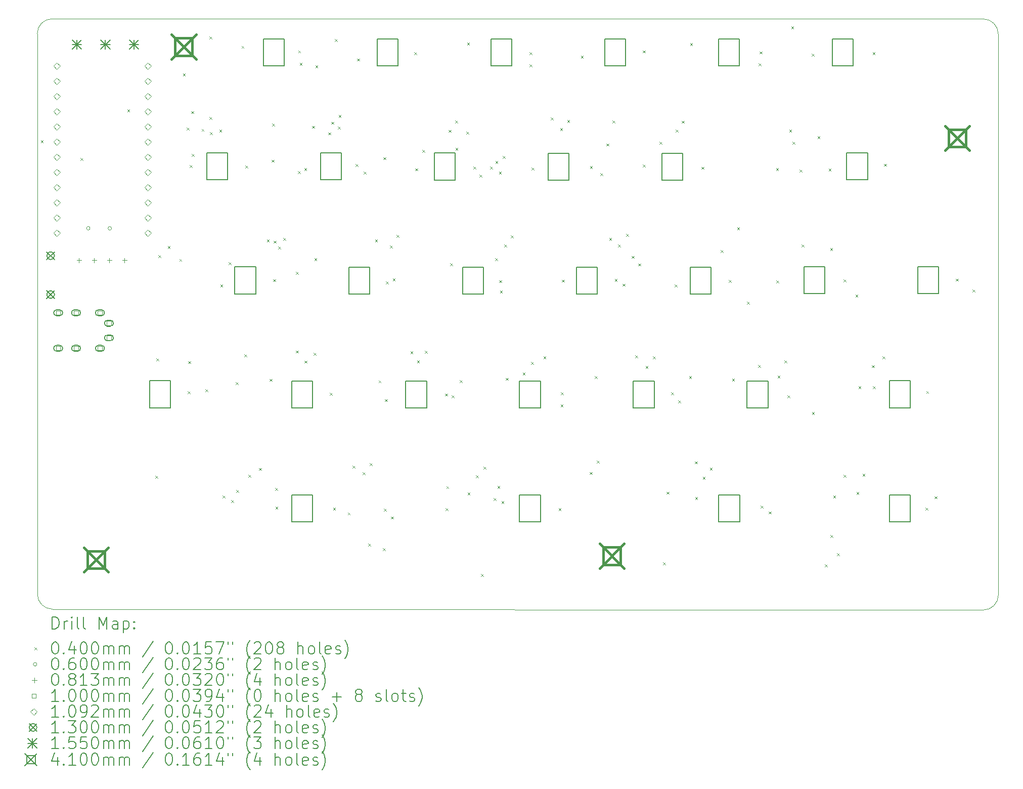
<source format=gbr>
%TF.GenerationSoftware,KiCad,Pcbnew,(6.0.7)*%
%TF.CreationDate,2022-08-10T12:47:24+00:00*%
%TF.ProjectId,zzsplit-right,7a7a7370-6c69-4742-9d72-696768742e6b,rev?*%
%TF.SameCoordinates,Original*%
%TF.FileFunction,Drillmap*%
%TF.FilePolarity,Positive*%
%FSLAX45Y45*%
G04 Gerber Fmt 4.5, Leading zero omitted, Abs format (unit mm)*
G04 Created by KiCad (PCBNEW (6.0.7)) date 2022-08-10 12:47:24*
%MOMM*%
%LPD*%
G01*
G04 APERTURE LIST*
%ADD10C,0.150000*%
%ADD11C,0.100000*%
%ADD12C,0.200000*%
%ADD13C,0.040000*%
%ADD14C,0.060000*%
%ADD15C,0.081280*%
%ADD16C,0.109220*%
%ADD17C,0.130000*%
%ADD18C,0.155000*%
%ADD19C,0.410000*%
G04 APERTURE END LIST*
D10*
X13056000Y-12663000D02*
X13406000Y-12663000D01*
X13406000Y-11207000D02*
X13056000Y-11207000D01*
X16867000Y-12664000D02*
X17217000Y-12664000D01*
D11*
X8792400Y-4949000D02*
X8796400Y-14325000D01*
D10*
X12932000Y-5037000D02*
X12932000Y-5487000D01*
X20554000Y-12663000D02*
X20554000Y-13113000D01*
D11*
X24633392Y-14588998D02*
X9046400Y-14575000D01*
D10*
X17346000Y-6946000D02*
X17696000Y-6946000D01*
X11982000Y-7394000D02*
X11632000Y-7394000D01*
X21029000Y-11206000D02*
X20679000Y-11206000D01*
X16741000Y-5489000D02*
X16391000Y-5489000D01*
X17217000Y-11207000D02*
X16867000Y-11207000D01*
X19252000Y-7396000D02*
X19252000Y-6946000D01*
X10675000Y-11205000D02*
X10675000Y-10755000D01*
X17217000Y-13114000D02*
X16867000Y-13114000D01*
X20552000Y-5039000D02*
X20552000Y-5489000D01*
X16867000Y-10757000D02*
X17217000Y-10757000D01*
X17217000Y-12664000D02*
X17217000Y-13114000D01*
X19602000Y-7396000D02*
X19252000Y-7396000D01*
X18169000Y-8851000D02*
X18169000Y-9301000D01*
X15313000Y-10758000D02*
X15313000Y-11208000D01*
X20202000Y-5489000D02*
X20202000Y-5039000D01*
X12452000Y-9300000D02*
X12102000Y-9300000D01*
X17819000Y-9301000D02*
X17819000Y-8851000D01*
D11*
X9042400Y-4699000D02*
G75*
G03*
X8792400Y-4949000I0J-250000D01*
G01*
D10*
X21980000Y-9299000D02*
X21630000Y-9299000D01*
X20202000Y-5039000D02*
X20552000Y-5039000D01*
X13406000Y-10757000D02*
X13406000Y-11207000D01*
X13056000Y-10757000D02*
X13406000Y-10757000D01*
X14963000Y-10758000D02*
X15313000Y-10758000D01*
X22695000Y-7391000D02*
X22345000Y-7391000D01*
D11*
X24633392Y-14588998D02*
G75*
G03*
X24885400Y-14338000I1008J250998D01*
G01*
D10*
X20204000Y-13113000D02*
X20204000Y-12663000D01*
X23411000Y-12663000D02*
X23411000Y-13113000D01*
X22106000Y-5037000D02*
X22456000Y-5037000D01*
X23537000Y-9298000D02*
X23537000Y-8848000D01*
X14358000Y-9301000D02*
X14008000Y-9301000D01*
D11*
X24882402Y-4952000D02*
X24885400Y-14338000D01*
D10*
X13887000Y-6944000D02*
X13887000Y-7394000D01*
X23887000Y-8848000D02*
X23887000Y-9298000D01*
X20204000Y-12663000D02*
X20554000Y-12663000D01*
X13887000Y-7394000D02*
X13537000Y-7394000D01*
X12452000Y-8850000D02*
X12452000Y-9300000D01*
X23061000Y-12663000D02*
X23411000Y-12663000D01*
X12932000Y-5487000D02*
X12582000Y-5487000D01*
X19724000Y-8851000D02*
X20074000Y-8851000D01*
X23887000Y-9298000D02*
X23537000Y-9298000D01*
X23060000Y-10755000D02*
X23410000Y-10755000D01*
X16263000Y-9301000D02*
X15913000Y-9301000D01*
X18296000Y-5489000D02*
X18296000Y-5039000D01*
X18773000Y-11207000D02*
X18773000Y-10757000D01*
X19252000Y-6946000D02*
X19602000Y-6946000D01*
X15792000Y-7395000D02*
X15442000Y-7395000D01*
X14008000Y-8851000D02*
X14358000Y-8851000D01*
X22456000Y-5487000D02*
X22106000Y-5487000D01*
X18646000Y-5489000D02*
X18296000Y-5489000D01*
X17819000Y-8851000D02*
X18169000Y-8851000D01*
X21630000Y-9299000D02*
X21630000Y-8849000D01*
X16391000Y-5039000D02*
X16741000Y-5039000D01*
X23061000Y-13113000D02*
X23061000Y-12663000D01*
X15442000Y-6945000D02*
X15792000Y-6945000D01*
X16867000Y-13114000D02*
X16867000Y-12664000D01*
X21029000Y-10756000D02*
X21029000Y-11206000D01*
X14008000Y-9301000D02*
X14008000Y-8851000D01*
X12102000Y-9300000D02*
X12102000Y-8850000D01*
X17217000Y-10757000D02*
X17217000Y-11207000D01*
X16741000Y-5039000D02*
X16741000Y-5489000D01*
X16867000Y-11207000D02*
X16867000Y-10757000D01*
X13406000Y-13113000D02*
X13056000Y-13113000D01*
X12102000Y-8850000D02*
X12452000Y-8850000D01*
X15913000Y-9301000D02*
X15913000Y-8851000D01*
X11982000Y-6944000D02*
X11982000Y-7394000D01*
X15913000Y-8851000D02*
X16263000Y-8851000D01*
X23411000Y-13113000D02*
X23061000Y-13113000D01*
X14358000Y-8851000D02*
X14358000Y-9301000D01*
X21980000Y-8849000D02*
X21980000Y-9299000D01*
X19123000Y-10757000D02*
X19123000Y-11207000D01*
X11632000Y-7394000D02*
X11632000Y-6944000D01*
X11025000Y-11205000D02*
X10675000Y-11205000D01*
X14486000Y-5039000D02*
X14836000Y-5039000D01*
X22456000Y-5037000D02*
X22456000Y-5487000D01*
X17696000Y-7396000D02*
X17346000Y-7396000D01*
X19724000Y-9301000D02*
X19724000Y-8851000D01*
D11*
X8796400Y-14325000D02*
G75*
G03*
X9046400Y-14575000I250000J0D01*
G01*
D10*
X14836000Y-5039000D02*
X14836000Y-5489000D01*
X22695000Y-6941000D02*
X22695000Y-7391000D01*
X13056000Y-11207000D02*
X13056000Y-10757000D01*
X22345000Y-7391000D02*
X22345000Y-6941000D01*
X10675000Y-10755000D02*
X11025000Y-10755000D01*
X13537000Y-7394000D02*
X13537000Y-6944000D01*
X17696000Y-6946000D02*
X17696000Y-7396000D01*
X20554000Y-13113000D02*
X20204000Y-13113000D01*
X11632000Y-6944000D02*
X11982000Y-6944000D01*
X20074000Y-8851000D02*
X20074000Y-9301000D01*
X19602000Y-6946000D02*
X19602000Y-7396000D01*
X20679000Y-11206000D02*
X20679000Y-10756000D01*
X23410000Y-11205000D02*
X23060000Y-11205000D01*
X18169000Y-9301000D02*
X17819000Y-9301000D01*
X19123000Y-11207000D02*
X18773000Y-11207000D01*
X18773000Y-10757000D02*
X19123000Y-10757000D01*
X20074000Y-9301000D02*
X19724000Y-9301000D01*
X23537000Y-8848000D02*
X23887000Y-8848000D01*
X14836000Y-5489000D02*
X14486000Y-5489000D01*
X13406000Y-12663000D02*
X13406000Y-13113000D01*
X15313000Y-11208000D02*
X14963000Y-11208000D01*
X15442000Y-7395000D02*
X15442000Y-6945000D01*
X16263000Y-8851000D02*
X16263000Y-9301000D01*
X22106000Y-5487000D02*
X22106000Y-5037000D01*
X18646000Y-5039000D02*
X18646000Y-5489000D01*
X11025000Y-10755000D02*
X11025000Y-11205000D01*
X20679000Y-10756000D02*
X21029000Y-10756000D01*
X13537000Y-6944000D02*
X13887000Y-6944000D01*
X16391000Y-5489000D02*
X16391000Y-5039000D01*
X12582000Y-5037000D02*
X12932000Y-5037000D01*
X14963000Y-11208000D02*
X14963000Y-10758000D01*
X15792000Y-6945000D02*
X15792000Y-7395000D01*
D11*
X24882402Y-4952000D02*
G75*
G03*
X24633400Y-4702000I-250002J0D01*
G01*
D10*
X23410000Y-10755000D02*
X23410000Y-11205000D01*
X23060000Y-11205000D02*
X23060000Y-10755000D01*
X17346000Y-7396000D02*
X17346000Y-6946000D01*
X14486000Y-5489000D02*
X14486000Y-5039000D01*
X13056000Y-13113000D02*
X13056000Y-12663000D01*
X22345000Y-6941000D02*
X22695000Y-6941000D01*
X18296000Y-5039000D02*
X18646000Y-5039000D01*
D11*
X9042400Y-4699000D02*
X24633400Y-4702000D01*
D10*
X12582000Y-5487000D02*
X12582000Y-5037000D01*
X20552000Y-5489000D02*
X20202000Y-5489000D01*
X21630000Y-8849000D02*
X21980000Y-8849000D01*
D12*
D13*
X8852000Y-6732000D02*
X8892000Y-6772000D01*
X8892000Y-6732000D02*
X8852000Y-6772000D01*
X9515000Y-7028000D02*
X9555000Y-7068000D01*
X9555000Y-7028000D02*
X9515000Y-7068000D01*
X10299000Y-6216000D02*
X10339000Y-6256000D01*
X10339000Y-6216000D02*
X10299000Y-6256000D01*
X10771000Y-12346000D02*
X10811000Y-12386000D01*
X10811000Y-12346000D02*
X10771000Y-12386000D01*
X10789000Y-10379000D02*
X10829000Y-10419000D01*
X10829000Y-10379000D02*
X10789000Y-10419000D01*
X10819000Y-8654000D02*
X10859000Y-8694000D01*
X10859000Y-8654000D02*
X10819000Y-8694000D01*
X10977000Y-8503000D02*
X11017000Y-8543000D01*
X11017000Y-8503000D02*
X10977000Y-8543000D01*
X11172000Y-8716000D02*
X11212000Y-8756000D01*
X11212000Y-8716000D02*
X11172000Y-8756000D01*
X11231000Y-5613000D02*
X11271000Y-5653000D01*
X11271000Y-5613000D02*
X11231000Y-5653000D01*
X11293000Y-6521000D02*
X11333000Y-6561000D01*
X11333000Y-6521000D02*
X11293000Y-6561000D01*
X11310000Y-10932000D02*
X11350000Y-10972000D01*
X11350000Y-10932000D02*
X11310000Y-10972000D01*
X11318000Y-10427000D02*
X11358000Y-10467000D01*
X11358000Y-10427000D02*
X11318000Y-10467000D01*
X11345000Y-7144000D02*
X11385000Y-7184000D01*
X11385000Y-7144000D02*
X11345000Y-7184000D01*
X11373000Y-6244000D02*
X11413000Y-6284000D01*
X11413000Y-6244000D02*
X11373000Y-6284000D01*
X11381000Y-6958000D02*
X11421000Y-6998000D01*
X11421000Y-6958000D02*
X11381000Y-6998000D01*
X11544000Y-6540000D02*
X11584000Y-6580000D01*
X11584000Y-6540000D02*
X11544000Y-6580000D01*
X11607000Y-10899000D02*
X11647000Y-10939000D01*
X11647000Y-10899000D02*
X11607000Y-10939000D01*
X11673261Y-6338899D02*
X11713261Y-6378899D01*
X11713261Y-6338899D02*
X11673261Y-6378899D01*
X11674000Y-4994000D02*
X11714000Y-5034000D01*
X11714000Y-4994000D02*
X11674000Y-5034000D01*
X11685127Y-6596550D02*
X11725127Y-6636550D01*
X11725127Y-6596550D02*
X11685127Y-6636550D01*
X11840000Y-6553000D02*
X11880000Y-6593000D01*
X11880000Y-6553000D02*
X11840000Y-6593000D01*
X11857000Y-9142000D02*
X11897000Y-9182000D01*
X11897000Y-9142000D02*
X11857000Y-9182000D01*
X11893000Y-12672000D02*
X11933000Y-12712000D01*
X11933000Y-12672000D02*
X11893000Y-12712000D01*
X11996000Y-8770000D02*
X12036000Y-8810000D01*
X12036000Y-8770000D02*
X11996000Y-8810000D01*
X12042000Y-12752000D02*
X12082000Y-12792000D01*
X12082000Y-12752000D02*
X12042000Y-12792000D01*
X12117000Y-10781000D02*
X12157000Y-10821000D01*
X12157000Y-10781000D02*
X12117000Y-10821000D01*
X12123000Y-12580000D02*
X12163000Y-12620000D01*
X12163000Y-12580000D02*
X12123000Y-12620000D01*
X12213000Y-5153000D02*
X12253000Y-5193000D01*
X12253000Y-5153000D02*
X12213000Y-5193000D01*
X12260000Y-10312000D02*
X12300000Y-10352000D01*
X12300000Y-10312000D02*
X12260000Y-10352000D01*
X12276000Y-7152000D02*
X12316000Y-7192000D01*
X12316000Y-7152000D02*
X12276000Y-7192000D01*
X12325000Y-12329000D02*
X12365000Y-12369000D01*
X12365000Y-12329000D02*
X12325000Y-12369000D01*
X12503000Y-12214000D02*
X12543000Y-12254000D01*
X12543000Y-12214000D02*
X12503000Y-12254000D01*
X12637000Y-8390000D02*
X12677000Y-8430000D01*
X12677000Y-8390000D02*
X12637000Y-8430000D01*
X12685758Y-10722513D02*
X12725758Y-10762513D01*
X12725758Y-10722513D02*
X12685758Y-10762513D01*
X12716000Y-7058000D02*
X12756000Y-7098000D01*
X12756000Y-7058000D02*
X12716000Y-7098000D01*
X12726000Y-6453000D02*
X12766000Y-6493000D01*
X12766000Y-6453000D02*
X12726000Y-6493000D01*
X12744000Y-9056000D02*
X12784000Y-9096000D01*
X12784000Y-9056000D02*
X12744000Y-9096000D01*
X12750000Y-8412000D02*
X12790000Y-8452000D01*
X12790000Y-8412000D02*
X12750000Y-8452000D01*
X12778500Y-12546500D02*
X12818500Y-12586500D01*
X12818500Y-12546500D02*
X12778500Y-12586500D01*
X12780000Y-12859000D02*
X12820000Y-12899000D01*
X12820000Y-12859000D02*
X12780000Y-12899000D01*
X12827000Y-8506000D02*
X12867000Y-8546000D01*
X12867000Y-8506000D02*
X12827000Y-8546000D01*
X12911000Y-8365000D02*
X12951000Y-8405000D01*
X12951000Y-8365000D02*
X12911000Y-8405000D01*
X13121000Y-8934000D02*
X13161000Y-8974000D01*
X13161000Y-8934000D02*
X13121000Y-8974000D01*
X13124000Y-10249000D02*
X13164000Y-10289000D01*
X13164000Y-10249000D02*
X13124000Y-10289000D01*
X13156000Y-7249000D02*
X13196000Y-7289000D01*
X13196000Y-7249000D02*
X13156000Y-7289000D01*
X13162000Y-5229000D02*
X13202000Y-5269000D01*
X13202000Y-5229000D02*
X13162000Y-5269000D01*
X13188000Y-5436000D02*
X13228000Y-5476000D01*
X13228000Y-5436000D02*
X13188000Y-5476000D01*
X13264000Y-7199000D02*
X13304000Y-7239000D01*
X13304000Y-7199000D02*
X13264000Y-7239000D01*
X13269000Y-10419000D02*
X13309000Y-10459000D01*
X13309000Y-10419000D02*
X13269000Y-10459000D01*
X13394000Y-6490000D02*
X13434000Y-6530000D01*
X13434000Y-6490000D02*
X13394000Y-6530000D01*
X13417000Y-10288000D02*
X13457000Y-10328000D01*
X13457000Y-10288000D02*
X13417000Y-10328000D01*
X13432000Y-8703000D02*
X13472000Y-8743000D01*
X13472000Y-8703000D02*
X13432000Y-8743000D01*
X13450000Y-5475000D02*
X13490000Y-5515000D01*
X13490000Y-5475000D02*
X13450000Y-5515000D01*
X13667000Y-6600000D02*
X13707000Y-6640000D01*
X13707000Y-6600000D02*
X13667000Y-6640000D01*
X13692000Y-10957000D02*
X13732000Y-10997000D01*
X13732000Y-10957000D02*
X13692000Y-10997000D01*
X13715000Y-6421000D02*
X13755000Y-6461000D01*
X13755000Y-6421000D02*
X13715000Y-6461000D01*
X13746000Y-12879000D02*
X13786000Y-12919000D01*
X13786000Y-12879000D02*
X13746000Y-12919000D01*
X13773000Y-5036000D02*
X13813000Y-5076000D01*
X13813000Y-5036000D02*
X13773000Y-5076000D01*
X13826000Y-6499550D02*
X13866000Y-6539550D01*
X13866000Y-6499550D02*
X13826000Y-6539550D01*
X13840270Y-6304730D02*
X13880270Y-6344730D01*
X13880270Y-6304730D02*
X13840270Y-6344730D01*
X13992000Y-12959000D02*
X14032000Y-12999000D01*
X14032000Y-12959000D02*
X13992000Y-12999000D01*
X14072000Y-12175000D02*
X14112000Y-12215000D01*
X14112000Y-12175000D02*
X14072000Y-12215000D01*
X14121000Y-7127000D02*
X14161000Y-7167000D01*
X14161000Y-7127000D02*
X14121000Y-7167000D01*
X14151000Y-5363000D02*
X14191000Y-5403000D01*
X14191000Y-5363000D02*
X14151000Y-5403000D01*
X14239000Y-12288000D02*
X14279000Y-12328000D01*
X14279000Y-12288000D02*
X14239000Y-12328000D01*
X14256000Y-7258000D02*
X14296000Y-7298000D01*
X14296000Y-7258000D02*
X14256000Y-7298000D01*
X14335000Y-13477000D02*
X14375000Y-13517000D01*
X14375000Y-13477000D02*
X14335000Y-13517000D01*
X14357000Y-12135000D02*
X14397000Y-12175000D01*
X14397000Y-12135000D02*
X14357000Y-12175000D01*
X14448000Y-8388000D02*
X14488000Y-8428000D01*
X14488000Y-8388000D02*
X14448000Y-8428000D01*
X14507000Y-10748000D02*
X14547000Y-10788000D01*
X14547000Y-10748000D02*
X14507000Y-10788000D01*
X14577000Y-13554000D02*
X14617000Y-13594000D01*
X14617000Y-13554000D02*
X14577000Y-13594000D01*
X14590000Y-7015000D02*
X14630000Y-7055000D01*
X14630000Y-7015000D02*
X14590000Y-7055000D01*
X14595000Y-12894000D02*
X14635000Y-12934000D01*
X14635000Y-12894000D02*
X14595000Y-12934000D01*
X14612000Y-11061000D02*
X14652000Y-11101000D01*
X14652000Y-11061000D02*
X14612000Y-11101000D01*
X14629000Y-9091000D02*
X14669000Y-9131000D01*
X14669000Y-9091000D02*
X14629000Y-9131000D01*
X14696000Y-8493000D02*
X14736000Y-8533000D01*
X14736000Y-8493000D02*
X14696000Y-8533000D01*
X14717000Y-13025000D02*
X14757000Y-13065000D01*
X14757000Y-13025000D02*
X14717000Y-13065000D01*
X14744000Y-9043000D02*
X14784000Y-9083000D01*
X14784000Y-9043000D02*
X14744000Y-9083000D01*
X14810000Y-8314000D02*
X14850000Y-8354000D01*
X14850000Y-8314000D02*
X14810000Y-8354000D01*
X15042000Y-10261000D02*
X15082000Y-10301000D01*
X15082000Y-10261000D02*
X15042000Y-10301000D01*
X15106000Y-5257000D02*
X15146000Y-5297000D01*
X15146000Y-5257000D02*
X15106000Y-5297000D01*
X15123000Y-7201000D02*
X15163000Y-7241000D01*
X15163000Y-7201000D02*
X15123000Y-7241000D01*
X15152000Y-10414000D02*
X15192000Y-10454000D01*
X15192000Y-10414000D02*
X15152000Y-10454000D01*
X15242000Y-6891000D02*
X15282000Y-6931000D01*
X15282000Y-6891000D02*
X15242000Y-6931000D01*
X15284000Y-10256000D02*
X15324000Y-10296000D01*
X15324000Y-10256000D02*
X15284000Y-10296000D01*
X15620433Y-10969431D02*
X15660433Y-11009431D01*
X15660433Y-10969431D02*
X15620433Y-11009431D01*
X15628000Y-12888000D02*
X15668000Y-12928000D01*
X15668000Y-12888000D02*
X15628000Y-12928000D01*
X15643000Y-12518000D02*
X15683000Y-12558000D01*
X15683000Y-12518000D02*
X15643000Y-12558000D01*
X15679000Y-6558000D02*
X15719000Y-6598000D01*
X15719000Y-6558000D02*
X15679000Y-6598000D01*
X15706000Y-8790000D02*
X15746000Y-8830000D01*
X15746000Y-8790000D02*
X15706000Y-8830000D01*
X15734000Y-10998000D02*
X15774000Y-11038000D01*
X15774000Y-10998000D02*
X15734000Y-11038000D01*
X15790000Y-6403000D02*
X15830000Y-6443000D01*
X15830000Y-6403000D02*
X15790000Y-6443000D01*
X15796000Y-6855000D02*
X15836000Y-6895000D01*
X15836000Y-6855000D02*
X15796000Y-6895000D01*
X15866000Y-10747000D02*
X15906000Y-10787000D01*
X15906000Y-10747000D02*
X15866000Y-10787000D01*
X15976000Y-6586000D02*
X16016000Y-6626000D01*
X16016000Y-6586000D02*
X15976000Y-6626000D01*
X15990000Y-5097000D02*
X16030000Y-5137000D01*
X16030000Y-5097000D02*
X15990000Y-5137000D01*
X15998000Y-12621000D02*
X16038000Y-12661000D01*
X16038000Y-12621000D02*
X15998000Y-12661000D01*
X16097000Y-7171000D02*
X16137000Y-7211000D01*
X16137000Y-7171000D02*
X16097000Y-7211000D01*
X16139000Y-12334000D02*
X16179000Y-12374000D01*
X16179000Y-12334000D02*
X16139000Y-12374000D01*
X16195000Y-7308000D02*
X16235000Y-7348000D01*
X16235000Y-7308000D02*
X16195000Y-7348000D01*
X16221000Y-13990000D02*
X16261000Y-14030000D01*
X16261000Y-13990000D02*
X16221000Y-14030000D01*
X16266000Y-12192000D02*
X16306000Y-12232000D01*
X16306000Y-12192000D02*
X16266000Y-12232000D01*
X16374500Y-7171500D02*
X16414500Y-7211500D01*
X16414500Y-7171500D02*
X16374500Y-7211500D01*
X16433000Y-12719000D02*
X16473000Y-12759000D01*
X16473000Y-12719000D02*
X16433000Y-12759000D01*
X16457000Y-8703000D02*
X16497000Y-8743000D01*
X16497000Y-8703000D02*
X16457000Y-8743000D01*
X16464000Y-7076000D02*
X16504000Y-7116000D01*
X16504000Y-7076000D02*
X16464000Y-7116000D01*
X16498000Y-12516000D02*
X16538000Y-12556000D01*
X16538000Y-12516000D02*
X16498000Y-12556000D01*
X16523000Y-7255000D02*
X16563000Y-7295000D01*
X16563000Y-7255000D02*
X16523000Y-7295000D01*
X16525000Y-9072000D02*
X16565000Y-9112000D01*
X16565000Y-9072000D02*
X16525000Y-9112000D01*
X16540000Y-9243000D02*
X16580000Y-9283000D01*
X16580000Y-9243000D02*
X16540000Y-9283000D01*
X16565000Y-12770000D02*
X16605000Y-12810000D01*
X16605000Y-12770000D02*
X16565000Y-12810000D01*
X16584000Y-6994000D02*
X16624000Y-7034000D01*
X16624000Y-6994000D02*
X16584000Y-7034000D01*
X16611000Y-8477000D02*
X16651000Y-8517000D01*
X16651000Y-8477000D02*
X16611000Y-8517000D01*
X16635000Y-10707000D02*
X16675000Y-10747000D01*
X16675000Y-10707000D02*
X16635000Y-10747000D01*
X16723000Y-8321000D02*
X16763000Y-8361000D01*
X16763000Y-8321000D02*
X16723000Y-8361000D01*
X16920000Y-10618000D02*
X16960000Y-10658000D01*
X16960000Y-10618000D02*
X16920000Y-10658000D01*
X17034000Y-5461000D02*
X17074000Y-5501000D01*
X17074000Y-5461000D02*
X17034000Y-5501000D01*
X17035374Y-5255994D02*
X17075374Y-5295994D01*
X17075374Y-5255994D02*
X17035374Y-5295994D01*
X17059000Y-10439000D02*
X17099000Y-10479000D01*
X17099000Y-10439000D02*
X17059000Y-10479000D01*
X17069000Y-7188000D02*
X17109000Y-7228000D01*
X17109000Y-7188000D02*
X17069000Y-7228000D01*
X17267000Y-10347000D02*
X17307000Y-10387000D01*
X17307000Y-10347000D02*
X17267000Y-10387000D01*
X17392000Y-6348000D02*
X17432000Y-6388000D01*
X17432000Y-6348000D02*
X17392000Y-6388000D01*
X17523000Y-12886000D02*
X17563000Y-12926000D01*
X17563000Y-12886000D02*
X17523000Y-12926000D01*
X17548000Y-6529000D02*
X17588000Y-6569000D01*
X17588000Y-6529000D02*
X17548000Y-6569000D01*
X17557000Y-11152000D02*
X17597000Y-11192000D01*
X17597000Y-11152000D02*
X17557000Y-11192000D01*
X17557148Y-10949527D02*
X17597148Y-10989527D01*
X17597148Y-10949527D02*
X17557148Y-10989527D01*
X17574500Y-9064500D02*
X17614500Y-9104500D01*
X17614500Y-9064500D02*
X17574500Y-9104500D01*
X17667000Y-6391000D02*
X17707000Y-6431000D01*
X17707000Y-6391000D02*
X17667000Y-6431000D01*
X17894000Y-5320000D02*
X17934000Y-5360000D01*
X17934000Y-5320000D02*
X17894000Y-5360000D01*
X18041000Y-12280000D02*
X18081000Y-12320000D01*
X18081000Y-12280000D02*
X18041000Y-12320000D01*
X18048000Y-7165000D02*
X18088000Y-7205000D01*
X18088000Y-7165000D02*
X18048000Y-7205000D01*
X18125000Y-10676000D02*
X18165000Y-10716000D01*
X18165000Y-10676000D02*
X18125000Y-10716000D01*
X18161000Y-12091000D02*
X18201000Y-12131000D01*
X18201000Y-12091000D02*
X18161000Y-12131000D01*
X18222000Y-7282000D02*
X18262000Y-7322000D01*
X18262000Y-7282000D02*
X18222000Y-7322000D01*
X18324000Y-6787000D02*
X18364000Y-6827000D01*
X18364000Y-6787000D02*
X18324000Y-6827000D01*
X18369000Y-8364000D02*
X18409000Y-8404000D01*
X18409000Y-8364000D02*
X18369000Y-8404000D01*
X18424000Y-6398000D02*
X18464000Y-6438000D01*
X18464000Y-6398000D02*
X18424000Y-6438000D01*
X18462000Y-9052000D02*
X18502000Y-9092000D01*
X18502000Y-9052000D02*
X18462000Y-9092000D01*
X18514000Y-8474000D02*
X18554000Y-8514000D01*
X18554000Y-8474000D02*
X18514000Y-8514000D01*
X18590500Y-9131500D02*
X18630500Y-9171500D01*
X18630500Y-9131500D02*
X18590500Y-9171500D01*
X18653000Y-8295000D02*
X18693000Y-8335000D01*
X18693000Y-8295000D02*
X18653000Y-8335000D01*
X18744000Y-8665000D02*
X18784000Y-8705000D01*
X18784000Y-8665000D02*
X18744000Y-8705000D01*
X18805000Y-10328000D02*
X18845000Y-10368000D01*
X18845000Y-10328000D02*
X18805000Y-10368000D01*
X18853000Y-8792000D02*
X18893000Y-8832000D01*
X18893000Y-8792000D02*
X18853000Y-8832000D01*
X18933000Y-7139000D02*
X18973000Y-7179000D01*
X18973000Y-7139000D02*
X18933000Y-7179000D01*
X18934000Y-5229000D02*
X18974000Y-5269000D01*
X18974000Y-5229000D02*
X18934000Y-5269000D01*
X18979000Y-10506000D02*
X19019000Y-10546000D01*
X19019000Y-10506000D02*
X18979000Y-10546000D01*
X19099000Y-10348000D02*
X19139000Y-10388000D01*
X19139000Y-10348000D02*
X19099000Y-10388000D01*
X19209000Y-6758000D02*
X19249000Y-6798000D01*
X19249000Y-6758000D02*
X19209000Y-6798000D01*
X19271000Y-13795000D02*
X19311000Y-13835000D01*
X19311000Y-13795000D02*
X19271000Y-13835000D01*
X19327000Y-12611000D02*
X19367000Y-12651000D01*
X19367000Y-12611000D02*
X19327000Y-12651000D01*
X19404000Y-10948000D02*
X19444000Y-10988000D01*
X19444000Y-10948000D02*
X19404000Y-10988000D01*
X19466000Y-9145000D02*
X19506000Y-9185000D01*
X19506000Y-9145000D02*
X19466000Y-9185000D01*
X19484000Y-6556000D02*
X19524000Y-6596000D01*
X19524000Y-6556000D02*
X19484000Y-6596000D01*
X19523000Y-11082000D02*
X19563000Y-11122000D01*
X19563000Y-11082000D02*
X19523000Y-11122000D01*
X19586000Y-6404000D02*
X19626000Y-6444000D01*
X19626000Y-6404000D02*
X19586000Y-6444000D01*
X19706716Y-10677012D02*
X19746716Y-10717012D01*
X19746716Y-10677012D02*
X19706716Y-10717012D01*
X19723000Y-5105000D02*
X19763000Y-5145000D01*
X19763000Y-5105000D02*
X19723000Y-5145000D01*
X19806000Y-12102000D02*
X19846000Y-12142000D01*
X19846000Y-12102000D02*
X19806000Y-12142000D01*
X19807000Y-12699000D02*
X19847000Y-12739000D01*
X19847000Y-12699000D02*
X19807000Y-12739000D01*
X19916000Y-7176000D02*
X19956000Y-7216000D01*
X19956000Y-7176000D02*
X19916000Y-7216000D01*
X19934000Y-12364000D02*
X19974000Y-12404000D01*
X19974000Y-12364000D02*
X19934000Y-12404000D01*
X20054734Y-12211869D02*
X20094734Y-12251869D01*
X20094734Y-12211869D02*
X20054734Y-12251869D01*
X20233000Y-8569000D02*
X20273000Y-8609000D01*
X20273000Y-8569000D02*
X20233000Y-8609000D01*
X20369000Y-9068000D02*
X20409000Y-9108000D01*
X20409000Y-9068000D02*
X20369000Y-9108000D01*
X20427000Y-10718000D02*
X20467000Y-10758000D01*
X20467000Y-10718000D02*
X20427000Y-10758000D01*
X20510000Y-8187000D02*
X20550000Y-8227000D01*
X20550000Y-8187000D02*
X20510000Y-8227000D01*
X20674908Y-9433331D02*
X20714908Y-9473331D01*
X20714908Y-9433331D02*
X20674908Y-9473331D01*
X20864000Y-10492000D02*
X20904000Y-10532000D01*
X20904000Y-10492000D02*
X20864000Y-10532000D01*
X20872000Y-5447000D02*
X20912000Y-5487000D01*
X20912000Y-5447000D02*
X20872000Y-5487000D01*
X20889000Y-5246000D02*
X20929000Y-5286000D01*
X20929000Y-5246000D02*
X20889000Y-5286000D01*
X20907000Y-12841000D02*
X20947000Y-12881000D01*
X20947000Y-12841000D02*
X20907000Y-12881000D01*
X21041000Y-12941000D02*
X21081000Y-12981000D01*
X21081000Y-12941000D02*
X21041000Y-12981000D01*
X21163000Y-7198000D02*
X21203000Y-7238000D01*
X21203000Y-7198000D02*
X21163000Y-7238000D01*
X21168000Y-9076000D02*
X21208000Y-9116000D01*
X21208000Y-9076000D02*
X21168000Y-9116000D01*
X21189000Y-10669000D02*
X21229000Y-10709000D01*
X21229000Y-10669000D02*
X21189000Y-10709000D01*
X21303000Y-10412000D02*
X21343000Y-10452000D01*
X21343000Y-10412000D02*
X21303000Y-10452000D01*
X21352000Y-10996000D02*
X21392000Y-11036000D01*
X21392000Y-10996000D02*
X21352000Y-11036000D01*
X21382000Y-6556000D02*
X21422000Y-6596000D01*
X21422000Y-6556000D02*
X21382000Y-6596000D01*
X21416000Y-4828000D02*
X21456000Y-4868000D01*
X21456000Y-4828000D02*
X21416000Y-4868000D01*
X21436000Y-6756000D02*
X21476000Y-6796000D01*
X21476000Y-6756000D02*
X21436000Y-6796000D01*
X21559000Y-7225000D02*
X21599000Y-7265000D01*
X21599000Y-7225000D02*
X21559000Y-7265000D01*
X21591000Y-8474000D02*
X21631000Y-8514000D01*
X21631000Y-8474000D02*
X21591000Y-8514000D01*
X21762000Y-5282000D02*
X21802000Y-5322000D01*
X21802000Y-5282000D02*
X21762000Y-5322000D01*
X21765000Y-11277000D02*
X21805000Y-11317000D01*
X21805000Y-11277000D02*
X21765000Y-11317000D01*
X21857000Y-6665000D02*
X21897000Y-6705000D01*
X21897000Y-6665000D02*
X21857000Y-6705000D01*
X21979000Y-13825000D02*
X22019000Y-13865000D01*
X22019000Y-13825000D02*
X21979000Y-13865000D01*
X22044000Y-7203000D02*
X22084000Y-7243000D01*
X22084000Y-7203000D02*
X22044000Y-7243000D01*
X22069000Y-8533000D02*
X22109000Y-8573000D01*
X22109000Y-8533000D02*
X22069000Y-8573000D01*
X22075000Y-13332000D02*
X22115000Y-13372000D01*
X22115000Y-13332000D02*
X22075000Y-13372000D01*
X22120000Y-12675000D02*
X22160000Y-12715000D01*
X22160000Y-12675000D02*
X22120000Y-12715000D01*
X22186000Y-13640000D02*
X22226000Y-13680000D01*
X22226000Y-13640000D02*
X22186000Y-13680000D01*
X22293000Y-12329000D02*
X22333000Y-12369000D01*
X22333000Y-12329000D02*
X22293000Y-12369000D01*
X22294000Y-9062000D02*
X22334000Y-9102000D01*
X22334000Y-9062000D02*
X22294000Y-9102000D01*
X22493000Y-9315000D02*
X22533000Y-9355000D01*
X22533000Y-9315000D02*
X22493000Y-9355000D01*
X22507881Y-12614188D02*
X22547881Y-12654188D01*
X22547881Y-12614188D02*
X22507881Y-12654188D01*
X22542000Y-10848000D02*
X22582000Y-10888000D01*
X22582000Y-10848000D02*
X22542000Y-10888000D01*
X22610000Y-12312000D02*
X22650000Y-12352000D01*
X22650000Y-12312000D02*
X22610000Y-12352000D01*
X22767673Y-10495058D02*
X22807673Y-10535058D01*
X22807673Y-10495058D02*
X22767673Y-10535058D01*
X22781000Y-5257000D02*
X22821000Y-5297000D01*
X22821000Y-5257000D02*
X22781000Y-5297000D01*
X22784000Y-10847000D02*
X22824000Y-10887000D01*
X22824000Y-10847000D02*
X22784000Y-10887000D01*
X22948000Y-10347000D02*
X22988000Y-10387000D01*
X22988000Y-10347000D02*
X22948000Y-10387000D01*
X22971000Y-7125000D02*
X23011000Y-7165000D01*
X23011000Y-7125000D02*
X22971000Y-7165000D01*
X23666000Y-12879000D02*
X23706000Y-12919000D01*
X23706000Y-12879000D02*
X23666000Y-12919000D01*
X23678000Y-10927000D02*
X23718000Y-10967000D01*
X23718000Y-10927000D02*
X23678000Y-10967000D01*
X23815000Y-12688000D02*
X23855000Y-12728000D01*
X23855000Y-12688000D02*
X23815000Y-12728000D01*
X24175000Y-9047000D02*
X24215000Y-9087000D01*
X24215000Y-9047000D02*
X24175000Y-9087000D01*
X24454000Y-9231000D02*
X24494000Y-9271000D01*
X24494000Y-9231000D02*
X24454000Y-9271000D01*
D14*
X9677600Y-8204200D02*
G75*
G03*
X9677600Y-8204200I-30000J0D01*
G01*
X10037600Y-8204200D02*
G75*
G03*
X10037600Y-8204200I-30000J0D01*
G01*
D15*
X9493000Y-8698360D02*
X9493000Y-8779640D01*
X9452360Y-8739000D02*
X9533640Y-8739000D01*
X9747000Y-8698360D02*
X9747000Y-8779640D01*
X9706360Y-8739000D02*
X9787640Y-8739000D01*
X10001000Y-8698360D02*
X10001000Y-8779640D01*
X9960360Y-8739000D02*
X10041640Y-8739000D01*
X10255000Y-8698360D02*
X10255000Y-8779640D01*
X10214360Y-8739000D02*
X10295640Y-8739000D01*
D11*
X9178356Y-9651856D02*
X9178356Y-9581144D01*
X9107644Y-9581144D01*
X9107644Y-9651856D01*
X9178356Y-9651856D01*
D12*
X9118000Y-9666500D02*
X9168000Y-9666500D01*
X9118000Y-9566500D02*
X9168000Y-9566500D01*
X9168000Y-9666500D02*
G75*
G03*
X9168000Y-9566500I0J50000D01*
G01*
X9118000Y-9566500D02*
G75*
G03*
X9118000Y-9666500I0J-50000D01*
G01*
D11*
X9178356Y-10246856D02*
X9178356Y-10176144D01*
X9107644Y-10176144D01*
X9107644Y-10246856D01*
X9178356Y-10246856D01*
D12*
X9118000Y-10261500D02*
X9168000Y-10261500D01*
X9118000Y-10161500D02*
X9168000Y-10161500D01*
X9168000Y-10261500D02*
G75*
G03*
X9168000Y-10161500I0J50000D01*
G01*
X9118000Y-10161500D02*
G75*
G03*
X9118000Y-10261500I0J-50000D01*
G01*
D11*
X9478356Y-9651856D02*
X9478356Y-9581144D01*
X9407644Y-9581144D01*
X9407644Y-9651856D01*
X9478356Y-9651856D01*
D12*
X9418000Y-9666500D02*
X9468000Y-9666500D01*
X9418000Y-9566500D02*
X9468000Y-9566500D01*
X9468000Y-9666500D02*
G75*
G03*
X9468000Y-9566500I0J50000D01*
G01*
X9418000Y-9566500D02*
G75*
G03*
X9418000Y-9666500I0J-50000D01*
G01*
D11*
X9478356Y-10246856D02*
X9478356Y-10176144D01*
X9407644Y-10176144D01*
X9407644Y-10246856D01*
X9478356Y-10246856D01*
D12*
X9418000Y-10261500D02*
X9468000Y-10261500D01*
X9418000Y-10161500D02*
X9468000Y-10161500D01*
X9468000Y-10261500D02*
G75*
G03*
X9468000Y-10161500I0J50000D01*
G01*
X9418000Y-10161500D02*
G75*
G03*
X9418000Y-10261500I0J-50000D01*
G01*
D11*
X9878356Y-9651856D02*
X9878356Y-9581144D01*
X9807644Y-9581144D01*
X9807644Y-9651856D01*
X9878356Y-9651856D01*
D12*
X9818000Y-9666500D02*
X9868000Y-9666500D01*
X9818000Y-9566500D02*
X9868000Y-9566500D01*
X9868000Y-9666500D02*
G75*
G03*
X9868000Y-9566500I0J50000D01*
G01*
X9818000Y-9566500D02*
G75*
G03*
X9818000Y-9666500I0J-50000D01*
G01*
D11*
X9878356Y-10246856D02*
X9878356Y-10176144D01*
X9807644Y-10176144D01*
X9807644Y-10246856D01*
X9878356Y-10246856D01*
D12*
X9818000Y-10261500D02*
X9868000Y-10261500D01*
X9818000Y-10161500D02*
X9868000Y-10161500D01*
X9868000Y-10261500D02*
G75*
G03*
X9868000Y-10161500I0J50000D01*
G01*
X9818000Y-10161500D02*
G75*
G03*
X9818000Y-10261500I0J-50000D01*
G01*
D11*
X10028356Y-9826856D02*
X10028356Y-9756144D01*
X9957644Y-9756144D01*
X9957644Y-9826856D01*
X10028356Y-9826856D01*
D12*
X9968000Y-9841500D02*
X10018000Y-9841500D01*
X9968000Y-9741500D02*
X10018000Y-9741500D01*
X10018000Y-9841500D02*
G75*
G03*
X10018000Y-9741500I0J50000D01*
G01*
X9968000Y-9741500D02*
G75*
G03*
X9968000Y-9841500I0J-50000D01*
G01*
D11*
X10028356Y-10071856D02*
X10028356Y-10001144D01*
X9957644Y-10001144D01*
X9957644Y-10071856D01*
X10028356Y-10071856D01*
D12*
X9968000Y-10086500D02*
X10018000Y-10086500D01*
X9968000Y-9986500D02*
X10018000Y-9986500D01*
X10018000Y-10086500D02*
G75*
G03*
X10018000Y-9986500I0J50000D01*
G01*
X9968000Y-9986500D02*
G75*
G03*
X9968000Y-10086500I0J-50000D01*
G01*
D16*
X9118600Y-5541010D02*
X9173210Y-5486400D01*
X9118600Y-5431790D01*
X9063990Y-5486400D01*
X9118600Y-5541010D01*
X9118600Y-5795010D02*
X9173210Y-5740400D01*
X9118600Y-5685790D01*
X9063990Y-5740400D01*
X9118600Y-5795010D01*
X9118600Y-6049010D02*
X9173210Y-5994400D01*
X9118600Y-5939790D01*
X9063990Y-5994400D01*
X9118600Y-6049010D01*
X9118600Y-6303010D02*
X9173210Y-6248400D01*
X9118600Y-6193790D01*
X9063990Y-6248400D01*
X9118600Y-6303010D01*
X9118600Y-6557010D02*
X9173210Y-6502400D01*
X9118600Y-6447790D01*
X9063990Y-6502400D01*
X9118600Y-6557010D01*
X9118600Y-6811010D02*
X9173210Y-6756400D01*
X9118600Y-6701790D01*
X9063990Y-6756400D01*
X9118600Y-6811010D01*
X9118600Y-7065010D02*
X9173210Y-7010400D01*
X9118600Y-6955790D01*
X9063990Y-7010400D01*
X9118600Y-7065010D01*
X9118600Y-7319010D02*
X9173210Y-7264400D01*
X9118600Y-7209790D01*
X9063990Y-7264400D01*
X9118600Y-7319010D01*
X9118600Y-7573010D02*
X9173210Y-7518400D01*
X9118600Y-7463790D01*
X9063990Y-7518400D01*
X9118600Y-7573010D01*
X9118600Y-7827010D02*
X9173210Y-7772400D01*
X9118600Y-7717790D01*
X9063990Y-7772400D01*
X9118600Y-7827010D01*
X9118600Y-8081010D02*
X9173210Y-8026400D01*
X9118600Y-7971790D01*
X9063990Y-8026400D01*
X9118600Y-8081010D01*
X9118600Y-8335010D02*
X9173210Y-8280400D01*
X9118600Y-8225790D01*
X9063990Y-8280400D01*
X9118600Y-8335010D01*
X10642600Y-5541010D02*
X10697210Y-5486400D01*
X10642600Y-5431790D01*
X10587990Y-5486400D01*
X10642600Y-5541010D01*
X10642600Y-5795010D02*
X10697210Y-5740400D01*
X10642600Y-5685790D01*
X10587990Y-5740400D01*
X10642600Y-5795010D01*
X10642600Y-6049010D02*
X10697210Y-5994400D01*
X10642600Y-5939790D01*
X10587990Y-5994400D01*
X10642600Y-6049010D01*
X10642600Y-6303010D02*
X10697210Y-6248400D01*
X10642600Y-6193790D01*
X10587990Y-6248400D01*
X10642600Y-6303010D01*
X10642600Y-6557010D02*
X10697210Y-6502400D01*
X10642600Y-6447790D01*
X10587990Y-6502400D01*
X10642600Y-6557010D01*
X10642600Y-6811010D02*
X10697210Y-6756400D01*
X10642600Y-6701790D01*
X10587990Y-6756400D01*
X10642600Y-6811010D01*
X10642600Y-7065010D02*
X10697210Y-7010400D01*
X10642600Y-6955790D01*
X10587990Y-7010400D01*
X10642600Y-7065010D01*
X10642600Y-7319010D02*
X10697210Y-7264400D01*
X10642600Y-7209790D01*
X10587990Y-7264400D01*
X10642600Y-7319010D01*
X10642600Y-7573010D02*
X10697210Y-7518400D01*
X10642600Y-7463790D01*
X10587990Y-7518400D01*
X10642600Y-7573010D01*
X10642600Y-7827010D02*
X10697210Y-7772400D01*
X10642600Y-7717790D01*
X10587990Y-7772400D01*
X10642600Y-7827010D01*
X10642600Y-8081010D02*
X10697210Y-8026400D01*
X10642600Y-7971790D01*
X10587990Y-8026400D01*
X10642600Y-8081010D01*
X10642600Y-8335010D02*
X10697210Y-8280400D01*
X10642600Y-8225790D01*
X10587990Y-8280400D01*
X10642600Y-8335010D01*
D17*
X8952000Y-8597000D02*
X9082000Y-8727000D01*
X9082000Y-8597000D02*
X8952000Y-8727000D01*
X9082000Y-8662000D02*
G75*
G03*
X9082000Y-8662000I-65000J0D01*
G01*
X8952000Y-9247000D02*
X9082000Y-9377000D01*
X9082000Y-9247000D02*
X8952000Y-9377000D01*
X9082000Y-9312000D02*
G75*
G03*
X9082000Y-9312000I-65000J0D01*
G01*
D18*
X9376500Y-5053300D02*
X9531500Y-5208300D01*
X9531500Y-5053300D02*
X9376500Y-5208300D01*
X9454000Y-5053300D02*
X9454000Y-5208300D01*
X9376500Y-5130800D02*
X9531500Y-5130800D01*
X9856500Y-5053300D02*
X10011500Y-5208300D01*
X10011500Y-5053300D02*
X9856500Y-5208300D01*
X9934000Y-5053300D02*
X9934000Y-5208300D01*
X9856500Y-5130800D02*
X10011500Y-5130800D01*
X10336500Y-5053300D02*
X10491500Y-5208300D01*
X10491500Y-5053300D02*
X10336500Y-5208300D01*
X10414000Y-5053300D02*
X10414000Y-5208300D01*
X10336500Y-5130800D02*
X10491500Y-5130800D01*
D19*
X9573000Y-13543000D02*
X9983000Y-13953000D01*
X9983000Y-13543000D02*
X9573000Y-13953000D01*
X9922958Y-13892958D02*
X9922958Y-13603042D01*
X9633042Y-13603042D01*
X9633042Y-13892958D01*
X9922958Y-13892958D01*
X11041000Y-4962000D02*
X11451000Y-5372000D01*
X11451000Y-4962000D02*
X11041000Y-5372000D01*
X11390958Y-5311958D02*
X11390958Y-5022042D01*
X11101042Y-5022042D01*
X11101042Y-5311958D01*
X11390958Y-5311958D01*
X18207000Y-13480000D02*
X18617000Y-13890000D01*
X18617000Y-13480000D02*
X18207000Y-13890000D01*
X18556958Y-13829958D02*
X18556958Y-13540042D01*
X18267042Y-13540042D01*
X18267042Y-13829958D01*
X18556958Y-13829958D01*
X23991000Y-6490000D02*
X24401000Y-6900000D01*
X24401000Y-6490000D02*
X23991000Y-6900000D01*
X24340958Y-6839958D02*
X24340958Y-6550042D01*
X24051042Y-6550042D01*
X24051042Y-6839958D01*
X24340958Y-6839958D01*
D12*
X9045019Y-14904476D02*
X9045019Y-14704476D01*
X9092638Y-14704476D01*
X9121210Y-14714000D01*
X9140257Y-14733048D01*
X9149781Y-14752095D01*
X9159305Y-14790190D01*
X9159305Y-14818762D01*
X9149781Y-14856857D01*
X9140257Y-14875905D01*
X9121210Y-14894952D01*
X9092638Y-14904476D01*
X9045019Y-14904476D01*
X9245019Y-14904476D02*
X9245019Y-14771143D01*
X9245019Y-14809238D02*
X9254543Y-14790190D01*
X9264067Y-14780667D01*
X9283114Y-14771143D01*
X9302162Y-14771143D01*
X9368829Y-14904476D02*
X9368829Y-14771143D01*
X9368829Y-14704476D02*
X9359305Y-14714000D01*
X9368829Y-14723524D01*
X9378352Y-14714000D01*
X9368829Y-14704476D01*
X9368829Y-14723524D01*
X9492638Y-14904476D02*
X9473590Y-14894952D01*
X9464067Y-14875905D01*
X9464067Y-14704476D01*
X9597400Y-14904476D02*
X9578352Y-14894952D01*
X9568829Y-14875905D01*
X9568829Y-14704476D01*
X9825971Y-14904476D02*
X9825971Y-14704476D01*
X9892638Y-14847333D01*
X9959305Y-14704476D01*
X9959305Y-14904476D01*
X10140257Y-14904476D02*
X10140257Y-14799714D01*
X10130733Y-14780667D01*
X10111686Y-14771143D01*
X10073590Y-14771143D01*
X10054543Y-14780667D01*
X10140257Y-14894952D02*
X10121210Y-14904476D01*
X10073590Y-14904476D01*
X10054543Y-14894952D01*
X10045019Y-14875905D01*
X10045019Y-14856857D01*
X10054543Y-14837809D01*
X10073590Y-14828286D01*
X10121210Y-14828286D01*
X10140257Y-14818762D01*
X10235495Y-14771143D02*
X10235495Y-14971143D01*
X10235495Y-14780667D02*
X10254543Y-14771143D01*
X10292638Y-14771143D01*
X10311686Y-14780667D01*
X10321210Y-14790190D01*
X10330733Y-14809238D01*
X10330733Y-14866381D01*
X10321210Y-14885428D01*
X10311686Y-14894952D01*
X10292638Y-14904476D01*
X10254543Y-14904476D01*
X10235495Y-14894952D01*
X10416448Y-14885428D02*
X10425971Y-14894952D01*
X10416448Y-14904476D01*
X10406924Y-14894952D01*
X10416448Y-14885428D01*
X10416448Y-14904476D01*
X10416448Y-14780667D02*
X10425971Y-14790190D01*
X10416448Y-14799714D01*
X10406924Y-14790190D01*
X10416448Y-14780667D01*
X10416448Y-14799714D01*
D13*
X8747400Y-15214000D02*
X8787400Y-15254000D01*
X8787400Y-15214000D02*
X8747400Y-15254000D01*
D12*
X9083114Y-15124476D02*
X9102162Y-15124476D01*
X9121210Y-15134000D01*
X9130733Y-15143524D01*
X9140257Y-15162571D01*
X9149781Y-15200667D01*
X9149781Y-15248286D01*
X9140257Y-15286381D01*
X9130733Y-15305428D01*
X9121210Y-15314952D01*
X9102162Y-15324476D01*
X9083114Y-15324476D01*
X9064067Y-15314952D01*
X9054543Y-15305428D01*
X9045019Y-15286381D01*
X9035495Y-15248286D01*
X9035495Y-15200667D01*
X9045019Y-15162571D01*
X9054543Y-15143524D01*
X9064067Y-15134000D01*
X9083114Y-15124476D01*
X9235495Y-15305428D02*
X9245019Y-15314952D01*
X9235495Y-15324476D01*
X9225971Y-15314952D01*
X9235495Y-15305428D01*
X9235495Y-15324476D01*
X9416448Y-15191143D02*
X9416448Y-15324476D01*
X9368829Y-15114952D02*
X9321210Y-15257809D01*
X9445019Y-15257809D01*
X9559305Y-15124476D02*
X9578352Y-15124476D01*
X9597400Y-15134000D01*
X9606924Y-15143524D01*
X9616448Y-15162571D01*
X9625971Y-15200667D01*
X9625971Y-15248286D01*
X9616448Y-15286381D01*
X9606924Y-15305428D01*
X9597400Y-15314952D01*
X9578352Y-15324476D01*
X9559305Y-15324476D01*
X9540257Y-15314952D01*
X9530733Y-15305428D01*
X9521210Y-15286381D01*
X9511686Y-15248286D01*
X9511686Y-15200667D01*
X9521210Y-15162571D01*
X9530733Y-15143524D01*
X9540257Y-15134000D01*
X9559305Y-15124476D01*
X9749781Y-15124476D02*
X9768829Y-15124476D01*
X9787876Y-15134000D01*
X9797400Y-15143524D01*
X9806924Y-15162571D01*
X9816448Y-15200667D01*
X9816448Y-15248286D01*
X9806924Y-15286381D01*
X9797400Y-15305428D01*
X9787876Y-15314952D01*
X9768829Y-15324476D01*
X9749781Y-15324476D01*
X9730733Y-15314952D01*
X9721210Y-15305428D01*
X9711686Y-15286381D01*
X9702162Y-15248286D01*
X9702162Y-15200667D01*
X9711686Y-15162571D01*
X9721210Y-15143524D01*
X9730733Y-15134000D01*
X9749781Y-15124476D01*
X9902162Y-15324476D02*
X9902162Y-15191143D01*
X9902162Y-15210190D02*
X9911686Y-15200667D01*
X9930733Y-15191143D01*
X9959305Y-15191143D01*
X9978352Y-15200667D01*
X9987876Y-15219714D01*
X9987876Y-15324476D01*
X9987876Y-15219714D02*
X9997400Y-15200667D01*
X10016448Y-15191143D01*
X10045019Y-15191143D01*
X10064067Y-15200667D01*
X10073590Y-15219714D01*
X10073590Y-15324476D01*
X10168829Y-15324476D02*
X10168829Y-15191143D01*
X10168829Y-15210190D02*
X10178352Y-15200667D01*
X10197400Y-15191143D01*
X10225971Y-15191143D01*
X10245019Y-15200667D01*
X10254543Y-15219714D01*
X10254543Y-15324476D01*
X10254543Y-15219714D02*
X10264067Y-15200667D01*
X10283114Y-15191143D01*
X10311686Y-15191143D01*
X10330733Y-15200667D01*
X10340257Y-15219714D01*
X10340257Y-15324476D01*
X10730733Y-15114952D02*
X10559305Y-15372095D01*
X10987876Y-15124476D02*
X11006924Y-15124476D01*
X11025971Y-15134000D01*
X11035495Y-15143524D01*
X11045019Y-15162571D01*
X11054543Y-15200667D01*
X11054543Y-15248286D01*
X11045019Y-15286381D01*
X11035495Y-15305428D01*
X11025971Y-15314952D01*
X11006924Y-15324476D01*
X10987876Y-15324476D01*
X10968829Y-15314952D01*
X10959305Y-15305428D01*
X10949781Y-15286381D01*
X10940257Y-15248286D01*
X10940257Y-15200667D01*
X10949781Y-15162571D01*
X10959305Y-15143524D01*
X10968829Y-15134000D01*
X10987876Y-15124476D01*
X11140257Y-15305428D02*
X11149781Y-15314952D01*
X11140257Y-15324476D01*
X11130733Y-15314952D01*
X11140257Y-15305428D01*
X11140257Y-15324476D01*
X11273590Y-15124476D02*
X11292638Y-15124476D01*
X11311686Y-15134000D01*
X11321209Y-15143524D01*
X11330733Y-15162571D01*
X11340257Y-15200667D01*
X11340257Y-15248286D01*
X11330733Y-15286381D01*
X11321209Y-15305428D01*
X11311686Y-15314952D01*
X11292638Y-15324476D01*
X11273590Y-15324476D01*
X11254543Y-15314952D01*
X11245019Y-15305428D01*
X11235495Y-15286381D01*
X11225971Y-15248286D01*
X11225971Y-15200667D01*
X11235495Y-15162571D01*
X11245019Y-15143524D01*
X11254543Y-15134000D01*
X11273590Y-15124476D01*
X11530733Y-15324476D02*
X11416448Y-15324476D01*
X11473590Y-15324476D02*
X11473590Y-15124476D01*
X11454543Y-15153048D01*
X11435495Y-15172095D01*
X11416448Y-15181619D01*
X11711686Y-15124476D02*
X11616448Y-15124476D01*
X11606924Y-15219714D01*
X11616448Y-15210190D01*
X11635495Y-15200667D01*
X11683114Y-15200667D01*
X11702162Y-15210190D01*
X11711686Y-15219714D01*
X11721209Y-15238762D01*
X11721209Y-15286381D01*
X11711686Y-15305428D01*
X11702162Y-15314952D01*
X11683114Y-15324476D01*
X11635495Y-15324476D01*
X11616448Y-15314952D01*
X11606924Y-15305428D01*
X11787876Y-15124476D02*
X11921209Y-15124476D01*
X11835495Y-15324476D01*
X11987876Y-15124476D02*
X11987876Y-15162571D01*
X12064067Y-15124476D02*
X12064067Y-15162571D01*
X12359305Y-15400667D02*
X12349781Y-15391143D01*
X12330733Y-15362571D01*
X12321209Y-15343524D01*
X12311686Y-15314952D01*
X12302162Y-15267333D01*
X12302162Y-15229238D01*
X12311686Y-15181619D01*
X12321209Y-15153048D01*
X12330733Y-15134000D01*
X12349781Y-15105428D01*
X12359305Y-15095905D01*
X12425971Y-15143524D02*
X12435495Y-15134000D01*
X12454543Y-15124476D01*
X12502162Y-15124476D01*
X12521209Y-15134000D01*
X12530733Y-15143524D01*
X12540257Y-15162571D01*
X12540257Y-15181619D01*
X12530733Y-15210190D01*
X12416448Y-15324476D01*
X12540257Y-15324476D01*
X12664067Y-15124476D02*
X12683114Y-15124476D01*
X12702162Y-15134000D01*
X12711686Y-15143524D01*
X12721209Y-15162571D01*
X12730733Y-15200667D01*
X12730733Y-15248286D01*
X12721209Y-15286381D01*
X12711686Y-15305428D01*
X12702162Y-15314952D01*
X12683114Y-15324476D01*
X12664067Y-15324476D01*
X12645019Y-15314952D01*
X12635495Y-15305428D01*
X12625971Y-15286381D01*
X12616448Y-15248286D01*
X12616448Y-15200667D01*
X12625971Y-15162571D01*
X12635495Y-15143524D01*
X12645019Y-15134000D01*
X12664067Y-15124476D01*
X12845019Y-15210190D02*
X12825971Y-15200667D01*
X12816448Y-15191143D01*
X12806924Y-15172095D01*
X12806924Y-15162571D01*
X12816448Y-15143524D01*
X12825971Y-15134000D01*
X12845019Y-15124476D01*
X12883114Y-15124476D01*
X12902162Y-15134000D01*
X12911686Y-15143524D01*
X12921209Y-15162571D01*
X12921209Y-15172095D01*
X12911686Y-15191143D01*
X12902162Y-15200667D01*
X12883114Y-15210190D01*
X12845019Y-15210190D01*
X12825971Y-15219714D01*
X12816448Y-15229238D01*
X12806924Y-15248286D01*
X12806924Y-15286381D01*
X12816448Y-15305428D01*
X12825971Y-15314952D01*
X12845019Y-15324476D01*
X12883114Y-15324476D01*
X12902162Y-15314952D01*
X12911686Y-15305428D01*
X12921209Y-15286381D01*
X12921209Y-15248286D01*
X12911686Y-15229238D01*
X12902162Y-15219714D01*
X12883114Y-15210190D01*
X13159305Y-15324476D02*
X13159305Y-15124476D01*
X13245019Y-15324476D02*
X13245019Y-15219714D01*
X13235495Y-15200667D01*
X13216448Y-15191143D01*
X13187876Y-15191143D01*
X13168828Y-15200667D01*
X13159305Y-15210190D01*
X13368828Y-15324476D02*
X13349781Y-15314952D01*
X13340257Y-15305428D01*
X13330733Y-15286381D01*
X13330733Y-15229238D01*
X13340257Y-15210190D01*
X13349781Y-15200667D01*
X13368828Y-15191143D01*
X13397400Y-15191143D01*
X13416448Y-15200667D01*
X13425971Y-15210190D01*
X13435495Y-15229238D01*
X13435495Y-15286381D01*
X13425971Y-15305428D01*
X13416448Y-15314952D01*
X13397400Y-15324476D01*
X13368828Y-15324476D01*
X13549781Y-15324476D02*
X13530733Y-15314952D01*
X13521209Y-15295905D01*
X13521209Y-15124476D01*
X13702162Y-15314952D02*
X13683114Y-15324476D01*
X13645019Y-15324476D01*
X13625971Y-15314952D01*
X13616448Y-15295905D01*
X13616448Y-15219714D01*
X13625971Y-15200667D01*
X13645019Y-15191143D01*
X13683114Y-15191143D01*
X13702162Y-15200667D01*
X13711686Y-15219714D01*
X13711686Y-15238762D01*
X13616448Y-15257809D01*
X13787876Y-15314952D02*
X13806924Y-15324476D01*
X13845019Y-15324476D01*
X13864067Y-15314952D01*
X13873590Y-15295905D01*
X13873590Y-15286381D01*
X13864067Y-15267333D01*
X13845019Y-15257809D01*
X13816448Y-15257809D01*
X13797400Y-15248286D01*
X13787876Y-15229238D01*
X13787876Y-15219714D01*
X13797400Y-15200667D01*
X13816448Y-15191143D01*
X13845019Y-15191143D01*
X13864067Y-15200667D01*
X13940257Y-15400667D02*
X13949781Y-15391143D01*
X13968828Y-15362571D01*
X13978352Y-15343524D01*
X13987876Y-15314952D01*
X13997400Y-15267333D01*
X13997400Y-15229238D01*
X13987876Y-15181619D01*
X13978352Y-15153048D01*
X13968828Y-15134000D01*
X13949781Y-15105428D01*
X13940257Y-15095905D01*
D14*
X8787400Y-15498000D02*
G75*
G03*
X8787400Y-15498000I-30000J0D01*
G01*
D12*
X9083114Y-15388476D02*
X9102162Y-15388476D01*
X9121210Y-15398000D01*
X9130733Y-15407524D01*
X9140257Y-15426571D01*
X9149781Y-15464667D01*
X9149781Y-15512286D01*
X9140257Y-15550381D01*
X9130733Y-15569428D01*
X9121210Y-15578952D01*
X9102162Y-15588476D01*
X9083114Y-15588476D01*
X9064067Y-15578952D01*
X9054543Y-15569428D01*
X9045019Y-15550381D01*
X9035495Y-15512286D01*
X9035495Y-15464667D01*
X9045019Y-15426571D01*
X9054543Y-15407524D01*
X9064067Y-15398000D01*
X9083114Y-15388476D01*
X9235495Y-15569428D02*
X9245019Y-15578952D01*
X9235495Y-15588476D01*
X9225971Y-15578952D01*
X9235495Y-15569428D01*
X9235495Y-15588476D01*
X9416448Y-15388476D02*
X9378352Y-15388476D01*
X9359305Y-15398000D01*
X9349781Y-15407524D01*
X9330733Y-15436095D01*
X9321210Y-15474190D01*
X9321210Y-15550381D01*
X9330733Y-15569428D01*
X9340257Y-15578952D01*
X9359305Y-15588476D01*
X9397400Y-15588476D01*
X9416448Y-15578952D01*
X9425971Y-15569428D01*
X9435495Y-15550381D01*
X9435495Y-15502762D01*
X9425971Y-15483714D01*
X9416448Y-15474190D01*
X9397400Y-15464667D01*
X9359305Y-15464667D01*
X9340257Y-15474190D01*
X9330733Y-15483714D01*
X9321210Y-15502762D01*
X9559305Y-15388476D02*
X9578352Y-15388476D01*
X9597400Y-15398000D01*
X9606924Y-15407524D01*
X9616448Y-15426571D01*
X9625971Y-15464667D01*
X9625971Y-15512286D01*
X9616448Y-15550381D01*
X9606924Y-15569428D01*
X9597400Y-15578952D01*
X9578352Y-15588476D01*
X9559305Y-15588476D01*
X9540257Y-15578952D01*
X9530733Y-15569428D01*
X9521210Y-15550381D01*
X9511686Y-15512286D01*
X9511686Y-15464667D01*
X9521210Y-15426571D01*
X9530733Y-15407524D01*
X9540257Y-15398000D01*
X9559305Y-15388476D01*
X9749781Y-15388476D02*
X9768829Y-15388476D01*
X9787876Y-15398000D01*
X9797400Y-15407524D01*
X9806924Y-15426571D01*
X9816448Y-15464667D01*
X9816448Y-15512286D01*
X9806924Y-15550381D01*
X9797400Y-15569428D01*
X9787876Y-15578952D01*
X9768829Y-15588476D01*
X9749781Y-15588476D01*
X9730733Y-15578952D01*
X9721210Y-15569428D01*
X9711686Y-15550381D01*
X9702162Y-15512286D01*
X9702162Y-15464667D01*
X9711686Y-15426571D01*
X9721210Y-15407524D01*
X9730733Y-15398000D01*
X9749781Y-15388476D01*
X9902162Y-15588476D02*
X9902162Y-15455143D01*
X9902162Y-15474190D02*
X9911686Y-15464667D01*
X9930733Y-15455143D01*
X9959305Y-15455143D01*
X9978352Y-15464667D01*
X9987876Y-15483714D01*
X9987876Y-15588476D01*
X9987876Y-15483714D02*
X9997400Y-15464667D01*
X10016448Y-15455143D01*
X10045019Y-15455143D01*
X10064067Y-15464667D01*
X10073590Y-15483714D01*
X10073590Y-15588476D01*
X10168829Y-15588476D02*
X10168829Y-15455143D01*
X10168829Y-15474190D02*
X10178352Y-15464667D01*
X10197400Y-15455143D01*
X10225971Y-15455143D01*
X10245019Y-15464667D01*
X10254543Y-15483714D01*
X10254543Y-15588476D01*
X10254543Y-15483714D02*
X10264067Y-15464667D01*
X10283114Y-15455143D01*
X10311686Y-15455143D01*
X10330733Y-15464667D01*
X10340257Y-15483714D01*
X10340257Y-15588476D01*
X10730733Y-15378952D02*
X10559305Y-15636095D01*
X10987876Y-15388476D02*
X11006924Y-15388476D01*
X11025971Y-15398000D01*
X11035495Y-15407524D01*
X11045019Y-15426571D01*
X11054543Y-15464667D01*
X11054543Y-15512286D01*
X11045019Y-15550381D01*
X11035495Y-15569428D01*
X11025971Y-15578952D01*
X11006924Y-15588476D01*
X10987876Y-15588476D01*
X10968829Y-15578952D01*
X10959305Y-15569428D01*
X10949781Y-15550381D01*
X10940257Y-15512286D01*
X10940257Y-15464667D01*
X10949781Y-15426571D01*
X10959305Y-15407524D01*
X10968829Y-15398000D01*
X10987876Y-15388476D01*
X11140257Y-15569428D02*
X11149781Y-15578952D01*
X11140257Y-15588476D01*
X11130733Y-15578952D01*
X11140257Y-15569428D01*
X11140257Y-15588476D01*
X11273590Y-15388476D02*
X11292638Y-15388476D01*
X11311686Y-15398000D01*
X11321209Y-15407524D01*
X11330733Y-15426571D01*
X11340257Y-15464667D01*
X11340257Y-15512286D01*
X11330733Y-15550381D01*
X11321209Y-15569428D01*
X11311686Y-15578952D01*
X11292638Y-15588476D01*
X11273590Y-15588476D01*
X11254543Y-15578952D01*
X11245019Y-15569428D01*
X11235495Y-15550381D01*
X11225971Y-15512286D01*
X11225971Y-15464667D01*
X11235495Y-15426571D01*
X11245019Y-15407524D01*
X11254543Y-15398000D01*
X11273590Y-15388476D01*
X11416448Y-15407524D02*
X11425971Y-15398000D01*
X11445019Y-15388476D01*
X11492638Y-15388476D01*
X11511686Y-15398000D01*
X11521209Y-15407524D01*
X11530733Y-15426571D01*
X11530733Y-15445619D01*
X11521209Y-15474190D01*
X11406924Y-15588476D01*
X11530733Y-15588476D01*
X11597400Y-15388476D02*
X11721209Y-15388476D01*
X11654543Y-15464667D01*
X11683114Y-15464667D01*
X11702162Y-15474190D01*
X11711686Y-15483714D01*
X11721209Y-15502762D01*
X11721209Y-15550381D01*
X11711686Y-15569428D01*
X11702162Y-15578952D01*
X11683114Y-15588476D01*
X11625971Y-15588476D01*
X11606924Y-15578952D01*
X11597400Y-15569428D01*
X11892638Y-15388476D02*
X11854543Y-15388476D01*
X11835495Y-15398000D01*
X11825971Y-15407524D01*
X11806924Y-15436095D01*
X11797400Y-15474190D01*
X11797400Y-15550381D01*
X11806924Y-15569428D01*
X11816448Y-15578952D01*
X11835495Y-15588476D01*
X11873590Y-15588476D01*
X11892638Y-15578952D01*
X11902162Y-15569428D01*
X11911686Y-15550381D01*
X11911686Y-15502762D01*
X11902162Y-15483714D01*
X11892638Y-15474190D01*
X11873590Y-15464667D01*
X11835495Y-15464667D01*
X11816448Y-15474190D01*
X11806924Y-15483714D01*
X11797400Y-15502762D01*
X11987876Y-15388476D02*
X11987876Y-15426571D01*
X12064067Y-15388476D02*
X12064067Y-15426571D01*
X12359305Y-15664667D02*
X12349781Y-15655143D01*
X12330733Y-15626571D01*
X12321209Y-15607524D01*
X12311686Y-15578952D01*
X12302162Y-15531333D01*
X12302162Y-15493238D01*
X12311686Y-15445619D01*
X12321209Y-15417048D01*
X12330733Y-15398000D01*
X12349781Y-15369428D01*
X12359305Y-15359905D01*
X12425971Y-15407524D02*
X12435495Y-15398000D01*
X12454543Y-15388476D01*
X12502162Y-15388476D01*
X12521209Y-15398000D01*
X12530733Y-15407524D01*
X12540257Y-15426571D01*
X12540257Y-15445619D01*
X12530733Y-15474190D01*
X12416448Y-15588476D01*
X12540257Y-15588476D01*
X12778352Y-15588476D02*
X12778352Y-15388476D01*
X12864067Y-15588476D02*
X12864067Y-15483714D01*
X12854543Y-15464667D01*
X12835495Y-15455143D01*
X12806924Y-15455143D01*
X12787876Y-15464667D01*
X12778352Y-15474190D01*
X12987876Y-15588476D02*
X12968828Y-15578952D01*
X12959305Y-15569428D01*
X12949781Y-15550381D01*
X12949781Y-15493238D01*
X12959305Y-15474190D01*
X12968828Y-15464667D01*
X12987876Y-15455143D01*
X13016448Y-15455143D01*
X13035495Y-15464667D01*
X13045019Y-15474190D01*
X13054543Y-15493238D01*
X13054543Y-15550381D01*
X13045019Y-15569428D01*
X13035495Y-15578952D01*
X13016448Y-15588476D01*
X12987876Y-15588476D01*
X13168828Y-15588476D02*
X13149781Y-15578952D01*
X13140257Y-15559905D01*
X13140257Y-15388476D01*
X13321209Y-15578952D02*
X13302162Y-15588476D01*
X13264067Y-15588476D01*
X13245019Y-15578952D01*
X13235495Y-15559905D01*
X13235495Y-15483714D01*
X13245019Y-15464667D01*
X13264067Y-15455143D01*
X13302162Y-15455143D01*
X13321209Y-15464667D01*
X13330733Y-15483714D01*
X13330733Y-15502762D01*
X13235495Y-15521809D01*
X13406924Y-15578952D02*
X13425971Y-15588476D01*
X13464067Y-15588476D01*
X13483114Y-15578952D01*
X13492638Y-15559905D01*
X13492638Y-15550381D01*
X13483114Y-15531333D01*
X13464067Y-15521809D01*
X13435495Y-15521809D01*
X13416448Y-15512286D01*
X13406924Y-15493238D01*
X13406924Y-15483714D01*
X13416448Y-15464667D01*
X13435495Y-15455143D01*
X13464067Y-15455143D01*
X13483114Y-15464667D01*
X13559305Y-15664667D02*
X13568828Y-15655143D01*
X13587876Y-15626571D01*
X13597400Y-15607524D01*
X13606924Y-15578952D01*
X13616448Y-15531333D01*
X13616448Y-15493238D01*
X13606924Y-15445619D01*
X13597400Y-15417048D01*
X13587876Y-15398000D01*
X13568828Y-15369428D01*
X13559305Y-15359905D01*
D15*
X8746760Y-15721360D02*
X8746760Y-15802640D01*
X8706120Y-15762000D02*
X8787400Y-15762000D01*
D12*
X9083114Y-15652476D02*
X9102162Y-15652476D01*
X9121210Y-15662000D01*
X9130733Y-15671524D01*
X9140257Y-15690571D01*
X9149781Y-15728667D01*
X9149781Y-15776286D01*
X9140257Y-15814381D01*
X9130733Y-15833428D01*
X9121210Y-15842952D01*
X9102162Y-15852476D01*
X9083114Y-15852476D01*
X9064067Y-15842952D01*
X9054543Y-15833428D01*
X9045019Y-15814381D01*
X9035495Y-15776286D01*
X9035495Y-15728667D01*
X9045019Y-15690571D01*
X9054543Y-15671524D01*
X9064067Y-15662000D01*
X9083114Y-15652476D01*
X9235495Y-15833428D02*
X9245019Y-15842952D01*
X9235495Y-15852476D01*
X9225971Y-15842952D01*
X9235495Y-15833428D01*
X9235495Y-15852476D01*
X9359305Y-15738190D02*
X9340257Y-15728667D01*
X9330733Y-15719143D01*
X9321210Y-15700095D01*
X9321210Y-15690571D01*
X9330733Y-15671524D01*
X9340257Y-15662000D01*
X9359305Y-15652476D01*
X9397400Y-15652476D01*
X9416448Y-15662000D01*
X9425971Y-15671524D01*
X9435495Y-15690571D01*
X9435495Y-15700095D01*
X9425971Y-15719143D01*
X9416448Y-15728667D01*
X9397400Y-15738190D01*
X9359305Y-15738190D01*
X9340257Y-15747714D01*
X9330733Y-15757238D01*
X9321210Y-15776286D01*
X9321210Y-15814381D01*
X9330733Y-15833428D01*
X9340257Y-15842952D01*
X9359305Y-15852476D01*
X9397400Y-15852476D01*
X9416448Y-15842952D01*
X9425971Y-15833428D01*
X9435495Y-15814381D01*
X9435495Y-15776286D01*
X9425971Y-15757238D01*
X9416448Y-15747714D01*
X9397400Y-15738190D01*
X9625971Y-15852476D02*
X9511686Y-15852476D01*
X9568829Y-15852476D02*
X9568829Y-15652476D01*
X9549781Y-15681048D01*
X9530733Y-15700095D01*
X9511686Y-15709619D01*
X9692638Y-15652476D02*
X9816448Y-15652476D01*
X9749781Y-15728667D01*
X9778352Y-15728667D01*
X9797400Y-15738190D01*
X9806924Y-15747714D01*
X9816448Y-15766762D01*
X9816448Y-15814381D01*
X9806924Y-15833428D01*
X9797400Y-15842952D01*
X9778352Y-15852476D01*
X9721210Y-15852476D01*
X9702162Y-15842952D01*
X9692638Y-15833428D01*
X9902162Y-15852476D02*
X9902162Y-15719143D01*
X9902162Y-15738190D02*
X9911686Y-15728667D01*
X9930733Y-15719143D01*
X9959305Y-15719143D01*
X9978352Y-15728667D01*
X9987876Y-15747714D01*
X9987876Y-15852476D01*
X9987876Y-15747714D02*
X9997400Y-15728667D01*
X10016448Y-15719143D01*
X10045019Y-15719143D01*
X10064067Y-15728667D01*
X10073590Y-15747714D01*
X10073590Y-15852476D01*
X10168829Y-15852476D02*
X10168829Y-15719143D01*
X10168829Y-15738190D02*
X10178352Y-15728667D01*
X10197400Y-15719143D01*
X10225971Y-15719143D01*
X10245019Y-15728667D01*
X10254543Y-15747714D01*
X10254543Y-15852476D01*
X10254543Y-15747714D02*
X10264067Y-15728667D01*
X10283114Y-15719143D01*
X10311686Y-15719143D01*
X10330733Y-15728667D01*
X10340257Y-15747714D01*
X10340257Y-15852476D01*
X10730733Y-15642952D02*
X10559305Y-15900095D01*
X10987876Y-15652476D02*
X11006924Y-15652476D01*
X11025971Y-15662000D01*
X11035495Y-15671524D01*
X11045019Y-15690571D01*
X11054543Y-15728667D01*
X11054543Y-15776286D01*
X11045019Y-15814381D01*
X11035495Y-15833428D01*
X11025971Y-15842952D01*
X11006924Y-15852476D01*
X10987876Y-15852476D01*
X10968829Y-15842952D01*
X10959305Y-15833428D01*
X10949781Y-15814381D01*
X10940257Y-15776286D01*
X10940257Y-15728667D01*
X10949781Y-15690571D01*
X10959305Y-15671524D01*
X10968829Y-15662000D01*
X10987876Y-15652476D01*
X11140257Y-15833428D02*
X11149781Y-15842952D01*
X11140257Y-15852476D01*
X11130733Y-15842952D01*
X11140257Y-15833428D01*
X11140257Y-15852476D01*
X11273590Y-15652476D02*
X11292638Y-15652476D01*
X11311686Y-15662000D01*
X11321209Y-15671524D01*
X11330733Y-15690571D01*
X11340257Y-15728667D01*
X11340257Y-15776286D01*
X11330733Y-15814381D01*
X11321209Y-15833428D01*
X11311686Y-15842952D01*
X11292638Y-15852476D01*
X11273590Y-15852476D01*
X11254543Y-15842952D01*
X11245019Y-15833428D01*
X11235495Y-15814381D01*
X11225971Y-15776286D01*
X11225971Y-15728667D01*
X11235495Y-15690571D01*
X11245019Y-15671524D01*
X11254543Y-15662000D01*
X11273590Y-15652476D01*
X11406924Y-15652476D02*
X11530733Y-15652476D01*
X11464067Y-15728667D01*
X11492638Y-15728667D01*
X11511686Y-15738190D01*
X11521209Y-15747714D01*
X11530733Y-15766762D01*
X11530733Y-15814381D01*
X11521209Y-15833428D01*
X11511686Y-15842952D01*
X11492638Y-15852476D01*
X11435495Y-15852476D01*
X11416448Y-15842952D01*
X11406924Y-15833428D01*
X11606924Y-15671524D02*
X11616448Y-15662000D01*
X11635495Y-15652476D01*
X11683114Y-15652476D01*
X11702162Y-15662000D01*
X11711686Y-15671524D01*
X11721209Y-15690571D01*
X11721209Y-15709619D01*
X11711686Y-15738190D01*
X11597400Y-15852476D01*
X11721209Y-15852476D01*
X11845019Y-15652476D02*
X11864067Y-15652476D01*
X11883114Y-15662000D01*
X11892638Y-15671524D01*
X11902162Y-15690571D01*
X11911686Y-15728667D01*
X11911686Y-15776286D01*
X11902162Y-15814381D01*
X11892638Y-15833428D01*
X11883114Y-15842952D01*
X11864067Y-15852476D01*
X11845019Y-15852476D01*
X11825971Y-15842952D01*
X11816448Y-15833428D01*
X11806924Y-15814381D01*
X11797400Y-15776286D01*
X11797400Y-15728667D01*
X11806924Y-15690571D01*
X11816448Y-15671524D01*
X11825971Y-15662000D01*
X11845019Y-15652476D01*
X11987876Y-15652476D02*
X11987876Y-15690571D01*
X12064067Y-15652476D02*
X12064067Y-15690571D01*
X12359305Y-15928667D02*
X12349781Y-15919143D01*
X12330733Y-15890571D01*
X12321209Y-15871524D01*
X12311686Y-15842952D01*
X12302162Y-15795333D01*
X12302162Y-15757238D01*
X12311686Y-15709619D01*
X12321209Y-15681048D01*
X12330733Y-15662000D01*
X12349781Y-15633428D01*
X12359305Y-15623905D01*
X12521209Y-15719143D02*
X12521209Y-15852476D01*
X12473590Y-15642952D02*
X12425971Y-15785809D01*
X12549781Y-15785809D01*
X12778352Y-15852476D02*
X12778352Y-15652476D01*
X12864067Y-15852476D02*
X12864067Y-15747714D01*
X12854543Y-15728667D01*
X12835495Y-15719143D01*
X12806924Y-15719143D01*
X12787876Y-15728667D01*
X12778352Y-15738190D01*
X12987876Y-15852476D02*
X12968828Y-15842952D01*
X12959305Y-15833428D01*
X12949781Y-15814381D01*
X12949781Y-15757238D01*
X12959305Y-15738190D01*
X12968828Y-15728667D01*
X12987876Y-15719143D01*
X13016448Y-15719143D01*
X13035495Y-15728667D01*
X13045019Y-15738190D01*
X13054543Y-15757238D01*
X13054543Y-15814381D01*
X13045019Y-15833428D01*
X13035495Y-15842952D01*
X13016448Y-15852476D01*
X12987876Y-15852476D01*
X13168828Y-15852476D02*
X13149781Y-15842952D01*
X13140257Y-15823905D01*
X13140257Y-15652476D01*
X13321209Y-15842952D02*
X13302162Y-15852476D01*
X13264067Y-15852476D01*
X13245019Y-15842952D01*
X13235495Y-15823905D01*
X13235495Y-15747714D01*
X13245019Y-15728667D01*
X13264067Y-15719143D01*
X13302162Y-15719143D01*
X13321209Y-15728667D01*
X13330733Y-15747714D01*
X13330733Y-15766762D01*
X13235495Y-15785809D01*
X13406924Y-15842952D02*
X13425971Y-15852476D01*
X13464067Y-15852476D01*
X13483114Y-15842952D01*
X13492638Y-15823905D01*
X13492638Y-15814381D01*
X13483114Y-15795333D01*
X13464067Y-15785809D01*
X13435495Y-15785809D01*
X13416448Y-15776286D01*
X13406924Y-15757238D01*
X13406924Y-15747714D01*
X13416448Y-15728667D01*
X13435495Y-15719143D01*
X13464067Y-15719143D01*
X13483114Y-15728667D01*
X13559305Y-15928667D02*
X13568828Y-15919143D01*
X13587876Y-15890571D01*
X13597400Y-15871524D01*
X13606924Y-15842952D01*
X13616448Y-15795333D01*
X13616448Y-15757238D01*
X13606924Y-15709619D01*
X13597400Y-15681048D01*
X13587876Y-15662000D01*
X13568828Y-15633428D01*
X13559305Y-15623905D01*
D11*
X8772756Y-16061356D02*
X8772756Y-15990644D01*
X8702044Y-15990644D01*
X8702044Y-16061356D01*
X8772756Y-16061356D01*
D12*
X9149781Y-16116476D02*
X9035495Y-16116476D01*
X9092638Y-16116476D02*
X9092638Y-15916476D01*
X9073590Y-15945048D01*
X9054543Y-15964095D01*
X9035495Y-15973619D01*
X9235495Y-16097428D02*
X9245019Y-16106952D01*
X9235495Y-16116476D01*
X9225971Y-16106952D01*
X9235495Y-16097428D01*
X9235495Y-16116476D01*
X9368829Y-15916476D02*
X9387876Y-15916476D01*
X9406924Y-15926000D01*
X9416448Y-15935524D01*
X9425971Y-15954571D01*
X9435495Y-15992667D01*
X9435495Y-16040286D01*
X9425971Y-16078381D01*
X9416448Y-16097428D01*
X9406924Y-16106952D01*
X9387876Y-16116476D01*
X9368829Y-16116476D01*
X9349781Y-16106952D01*
X9340257Y-16097428D01*
X9330733Y-16078381D01*
X9321210Y-16040286D01*
X9321210Y-15992667D01*
X9330733Y-15954571D01*
X9340257Y-15935524D01*
X9349781Y-15926000D01*
X9368829Y-15916476D01*
X9559305Y-15916476D02*
X9578352Y-15916476D01*
X9597400Y-15926000D01*
X9606924Y-15935524D01*
X9616448Y-15954571D01*
X9625971Y-15992667D01*
X9625971Y-16040286D01*
X9616448Y-16078381D01*
X9606924Y-16097428D01*
X9597400Y-16106952D01*
X9578352Y-16116476D01*
X9559305Y-16116476D01*
X9540257Y-16106952D01*
X9530733Y-16097428D01*
X9521210Y-16078381D01*
X9511686Y-16040286D01*
X9511686Y-15992667D01*
X9521210Y-15954571D01*
X9530733Y-15935524D01*
X9540257Y-15926000D01*
X9559305Y-15916476D01*
X9749781Y-15916476D02*
X9768829Y-15916476D01*
X9787876Y-15926000D01*
X9797400Y-15935524D01*
X9806924Y-15954571D01*
X9816448Y-15992667D01*
X9816448Y-16040286D01*
X9806924Y-16078381D01*
X9797400Y-16097428D01*
X9787876Y-16106952D01*
X9768829Y-16116476D01*
X9749781Y-16116476D01*
X9730733Y-16106952D01*
X9721210Y-16097428D01*
X9711686Y-16078381D01*
X9702162Y-16040286D01*
X9702162Y-15992667D01*
X9711686Y-15954571D01*
X9721210Y-15935524D01*
X9730733Y-15926000D01*
X9749781Y-15916476D01*
X9902162Y-16116476D02*
X9902162Y-15983143D01*
X9902162Y-16002190D02*
X9911686Y-15992667D01*
X9930733Y-15983143D01*
X9959305Y-15983143D01*
X9978352Y-15992667D01*
X9987876Y-16011714D01*
X9987876Y-16116476D01*
X9987876Y-16011714D02*
X9997400Y-15992667D01*
X10016448Y-15983143D01*
X10045019Y-15983143D01*
X10064067Y-15992667D01*
X10073590Y-16011714D01*
X10073590Y-16116476D01*
X10168829Y-16116476D02*
X10168829Y-15983143D01*
X10168829Y-16002190D02*
X10178352Y-15992667D01*
X10197400Y-15983143D01*
X10225971Y-15983143D01*
X10245019Y-15992667D01*
X10254543Y-16011714D01*
X10254543Y-16116476D01*
X10254543Y-16011714D02*
X10264067Y-15992667D01*
X10283114Y-15983143D01*
X10311686Y-15983143D01*
X10330733Y-15992667D01*
X10340257Y-16011714D01*
X10340257Y-16116476D01*
X10730733Y-15906952D02*
X10559305Y-16164095D01*
X10987876Y-15916476D02*
X11006924Y-15916476D01*
X11025971Y-15926000D01*
X11035495Y-15935524D01*
X11045019Y-15954571D01*
X11054543Y-15992667D01*
X11054543Y-16040286D01*
X11045019Y-16078381D01*
X11035495Y-16097428D01*
X11025971Y-16106952D01*
X11006924Y-16116476D01*
X10987876Y-16116476D01*
X10968829Y-16106952D01*
X10959305Y-16097428D01*
X10949781Y-16078381D01*
X10940257Y-16040286D01*
X10940257Y-15992667D01*
X10949781Y-15954571D01*
X10959305Y-15935524D01*
X10968829Y-15926000D01*
X10987876Y-15916476D01*
X11140257Y-16097428D02*
X11149781Y-16106952D01*
X11140257Y-16116476D01*
X11130733Y-16106952D01*
X11140257Y-16097428D01*
X11140257Y-16116476D01*
X11273590Y-15916476D02*
X11292638Y-15916476D01*
X11311686Y-15926000D01*
X11321209Y-15935524D01*
X11330733Y-15954571D01*
X11340257Y-15992667D01*
X11340257Y-16040286D01*
X11330733Y-16078381D01*
X11321209Y-16097428D01*
X11311686Y-16106952D01*
X11292638Y-16116476D01*
X11273590Y-16116476D01*
X11254543Y-16106952D01*
X11245019Y-16097428D01*
X11235495Y-16078381D01*
X11225971Y-16040286D01*
X11225971Y-15992667D01*
X11235495Y-15954571D01*
X11245019Y-15935524D01*
X11254543Y-15926000D01*
X11273590Y-15916476D01*
X11406924Y-15916476D02*
X11530733Y-15916476D01*
X11464067Y-15992667D01*
X11492638Y-15992667D01*
X11511686Y-16002190D01*
X11521209Y-16011714D01*
X11530733Y-16030762D01*
X11530733Y-16078381D01*
X11521209Y-16097428D01*
X11511686Y-16106952D01*
X11492638Y-16116476D01*
X11435495Y-16116476D01*
X11416448Y-16106952D01*
X11406924Y-16097428D01*
X11625971Y-16116476D02*
X11664067Y-16116476D01*
X11683114Y-16106952D01*
X11692638Y-16097428D01*
X11711686Y-16068857D01*
X11721209Y-16030762D01*
X11721209Y-15954571D01*
X11711686Y-15935524D01*
X11702162Y-15926000D01*
X11683114Y-15916476D01*
X11645019Y-15916476D01*
X11625971Y-15926000D01*
X11616448Y-15935524D01*
X11606924Y-15954571D01*
X11606924Y-16002190D01*
X11616448Y-16021238D01*
X11625971Y-16030762D01*
X11645019Y-16040286D01*
X11683114Y-16040286D01*
X11702162Y-16030762D01*
X11711686Y-16021238D01*
X11721209Y-16002190D01*
X11892638Y-15983143D02*
X11892638Y-16116476D01*
X11845019Y-15906952D02*
X11797400Y-16049809D01*
X11921209Y-16049809D01*
X11987876Y-15916476D02*
X11987876Y-15954571D01*
X12064067Y-15916476D02*
X12064067Y-15954571D01*
X12359305Y-16192667D02*
X12349781Y-16183143D01*
X12330733Y-16154571D01*
X12321209Y-16135524D01*
X12311686Y-16106952D01*
X12302162Y-16059333D01*
X12302162Y-16021238D01*
X12311686Y-15973619D01*
X12321209Y-15945048D01*
X12330733Y-15926000D01*
X12349781Y-15897428D01*
X12359305Y-15887905D01*
X12473590Y-15916476D02*
X12492638Y-15916476D01*
X12511686Y-15926000D01*
X12521209Y-15935524D01*
X12530733Y-15954571D01*
X12540257Y-15992667D01*
X12540257Y-16040286D01*
X12530733Y-16078381D01*
X12521209Y-16097428D01*
X12511686Y-16106952D01*
X12492638Y-16116476D01*
X12473590Y-16116476D01*
X12454543Y-16106952D01*
X12445019Y-16097428D01*
X12435495Y-16078381D01*
X12425971Y-16040286D01*
X12425971Y-15992667D01*
X12435495Y-15954571D01*
X12445019Y-15935524D01*
X12454543Y-15926000D01*
X12473590Y-15916476D01*
X12778352Y-16116476D02*
X12778352Y-15916476D01*
X12864067Y-16116476D02*
X12864067Y-16011714D01*
X12854543Y-15992667D01*
X12835495Y-15983143D01*
X12806924Y-15983143D01*
X12787876Y-15992667D01*
X12778352Y-16002190D01*
X12987876Y-16116476D02*
X12968828Y-16106952D01*
X12959305Y-16097428D01*
X12949781Y-16078381D01*
X12949781Y-16021238D01*
X12959305Y-16002190D01*
X12968828Y-15992667D01*
X12987876Y-15983143D01*
X13016448Y-15983143D01*
X13035495Y-15992667D01*
X13045019Y-16002190D01*
X13054543Y-16021238D01*
X13054543Y-16078381D01*
X13045019Y-16097428D01*
X13035495Y-16106952D01*
X13016448Y-16116476D01*
X12987876Y-16116476D01*
X13168828Y-16116476D02*
X13149781Y-16106952D01*
X13140257Y-16087905D01*
X13140257Y-15916476D01*
X13321209Y-16106952D02*
X13302162Y-16116476D01*
X13264067Y-16116476D01*
X13245019Y-16106952D01*
X13235495Y-16087905D01*
X13235495Y-16011714D01*
X13245019Y-15992667D01*
X13264067Y-15983143D01*
X13302162Y-15983143D01*
X13321209Y-15992667D01*
X13330733Y-16011714D01*
X13330733Y-16030762D01*
X13235495Y-16049809D01*
X13406924Y-16106952D02*
X13425971Y-16116476D01*
X13464067Y-16116476D01*
X13483114Y-16106952D01*
X13492638Y-16087905D01*
X13492638Y-16078381D01*
X13483114Y-16059333D01*
X13464067Y-16049809D01*
X13435495Y-16049809D01*
X13416448Y-16040286D01*
X13406924Y-16021238D01*
X13406924Y-16011714D01*
X13416448Y-15992667D01*
X13435495Y-15983143D01*
X13464067Y-15983143D01*
X13483114Y-15992667D01*
X13730733Y-16040286D02*
X13883114Y-16040286D01*
X13806924Y-16116476D02*
X13806924Y-15964095D01*
X14159305Y-16002190D02*
X14140257Y-15992667D01*
X14130733Y-15983143D01*
X14121209Y-15964095D01*
X14121209Y-15954571D01*
X14130733Y-15935524D01*
X14140257Y-15926000D01*
X14159305Y-15916476D01*
X14197400Y-15916476D01*
X14216448Y-15926000D01*
X14225971Y-15935524D01*
X14235495Y-15954571D01*
X14235495Y-15964095D01*
X14225971Y-15983143D01*
X14216448Y-15992667D01*
X14197400Y-16002190D01*
X14159305Y-16002190D01*
X14140257Y-16011714D01*
X14130733Y-16021238D01*
X14121209Y-16040286D01*
X14121209Y-16078381D01*
X14130733Y-16097428D01*
X14140257Y-16106952D01*
X14159305Y-16116476D01*
X14197400Y-16116476D01*
X14216448Y-16106952D01*
X14225971Y-16097428D01*
X14235495Y-16078381D01*
X14235495Y-16040286D01*
X14225971Y-16021238D01*
X14216448Y-16011714D01*
X14197400Y-16002190D01*
X14464067Y-16106952D02*
X14483114Y-16116476D01*
X14521209Y-16116476D01*
X14540257Y-16106952D01*
X14549781Y-16087905D01*
X14549781Y-16078381D01*
X14540257Y-16059333D01*
X14521209Y-16049809D01*
X14492638Y-16049809D01*
X14473590Y-16040286D01*
X14464067Y-16021238D01*
X14464067Y-16011714D01*
X14473590Y-15992667D01*
X14492638Y-15983143D01*
X14521209Y-15983143D01*
X14540257Y-15992667D01*
X14664067Y-16116476D02*
X14645019Y-16106952D01*
X14635495Y-16087905D01*
X14635495Y-15916476D01*
X14768828Y-16116476D02*
X14749781Y-16106952D01*
X14740257Y-16097428D01*
X14730733Y-16078381D01*
X14730733Y-16021238D01*
X14740257Y-16002190D01*
X14749781Y-15992667D01*
X14768828Y-15983143D01*
X14797400Y-15983143D01*
X14816448Y-15992667D01*
X14825971Y-16002190D01*
X14835495Y-16021238D01*
X14835495Y-16078381D01*
X14825971Y-16097428D01*
X14816448Y-16106952D01*
X14797400Y-16116476D01*
X14768828Y-16116476D01*
X14892638Y-15983143D02*
X14968828Y-15983143D01*
X14921209Y-15916476D02*
X14921209Y-16087905D01*
X14930733Y-16106952D01*
X14949781Y-16116476D01*
X14968828Y-16116476D01*
X15025971Y-16106952D02*
X15045019Y-16116476D01*
X15083114Y-16116476D01*
X15102162Y-16106952D01*
X15111686Y-16087905D01*
X15111686Y-16078381D01*
X15102162Y-16059333D01*
X15083114Y-16049809D01*
X15054543Y-16049809D01*
X15035495Y-16040286D01*
X15025971Y-16021238D01*
X15025971Y-16011714D01*
X15035495Y-15992667D01*
X15054543Y-15983143D01*
X15083114Y-15983143D01*
X15102162Y-15992667D01*
X15178352Y-16192667D02*
X15187876Y-16183143D01*
X15206924Y-16154571D01*
X15216448Y-16135524D01*
X15225971Y-16106952D01*
X15235495Y-16059333D01*
X15235495Y-16021238D01*
X15225971Y-15973619D01*
X15216448Y-15945048D01*
X15206924Y-15926000D01*
X15187876Y-15897428D01*
X15178352Y-15887905D01*
D16*
X8732790Y-16344610D02*
X8787400Y-16290000D01*
X8732790Y-16235390D01*
X8678180Y-16290000D01*
X8732790Y-16344610D01*
D12*
X9149781Y-16380476D02*
X9035495Y-16380476D01*
X9092638Y-16380476D02*
X9092638Y-16180476D01*
X9073590Y-16209048D01*
X9054543Y-16228095D01*
X9035495Y-16237619D01*
X9235495Y-16361428D02*
X9245019Y-16370952D01*
X9235495Y-16380476D01*
X9225971Y-16370952D01*
X9235495Y-16361428D01*
X9235495Y-16380476D01*
X9368829Y-16180476D02*
X9387876Y-16180476D01*
X9406924Y-16190000D01*
X9416448Y-16199524D01*
X9425971Y-16218571D01*
X9435495Y-16256667D01*
X9435495Y-16304286D01*
X9425971Y-16342381D01*
X9416448Y-16361428D01*
X9406924Y-16370952D01*
X9387876Y-16380476D01*
X9368829Y-16380476D01*
X9349781Y-16370952D01*
X9340257Y-16361428D01*
X9330733Y-16342381D01*
X9321210Y-16304286D01*
X9321210Y-16256667D01*
X9330733Y-16218571D01*
X9340257Y-16199524D01*
X9349781Y-16190000D01*
X9368829Y-16180476D01*
X9530733Y-16380476D02*
X9568829Y-16380476D01*
X9587876Y-16370952D01*
X9597400Y-16361428D01*
X9616448Y-16332857D01*
X9625971Y-16294762D01*
X9625971Y-16218571D01*
X9616448Y-16199524D01*
X9606924Y-16190000D01*
X9587876Y-16180476D01*
X9549781Y-16180476D01*
X9530733Y-16190000D01*
X9521210Y-16199524D01*
X9511686Y-16218571D01*
X9511686Y-16266190D01*
X9521210Y-16285238D01*
X9530733Y-16294762D01*
X9549781Y-16304286D01*
X9587876Y-16304286D01*
X9606924Y-16294762D01*
X9616448Y-16285238D01*
X9625971Y-16266190D01*
X9702162Y-16199524D02*
X9711686Y-16190000D01*
X9730733Y-16180476D01*
X9778352Y-16180476D01*
X9797400Y-16190000D01*
X9806924Y-16199524D01*
X9816448Y-16218571D01*
X9816448Y-16237619D01*
X9806924Y-16266190D01*
X9692638Y-16380476D01*
X9816448Y-16380476D01*
X9902162Y-16380476D02*
X9902162Y-16247143D01*
X9902162Y-16266190D02*
X9911686Y-16256667D01*
X9930733Y-16247143D01*
X9959305Y-16247143D01*
X9978352Y-16256667D01*
X9987876Y-16275714D01*
X9987876Y-16380476D01*
X9987876Y-16275714D02*
X9997400Y-16256667D01*
X10016448Y-16247143D01*
X10045019Y-16247143D01*
X10064067Y-16256667D01*
X10073590Y-16275714D01*
X10073590Y-16380476D01*
X10168829Y-16380476D02*
X10168829Y-16247143D01*
X10168829Y-16266190D02*
X10178352Y-16256667D01*
X10197400Y-16247143D01*
X10225971Y-16247143D01*
X10245019Y-16256667D01*
X10254543Y-16275714D01*
X10254543Y-16380476D01*
X10254543Y-16275714D02*
X10264067Y-16256667D01*
X10283114Y-16247143D01*
X10311686Y-16247143D01*
X10330733Y-16256667D01*
X10340257Y-16275714D01*
X10340257Y-16380476D01*
X10730733Y-16170952D02*
X10559305Y-16428095D01*
X10987876Y-16180476D02*
X11006924Y-16180476D01*
X11025971Y-16190000D01*
X11035495Y-16199524D01*
X11045019Y-16218571D01*
X11054543Y-16256667D01*
X11054543Y-16304286D01*
X11045019Y-16342381D01*
X11035495Y-16361428D01*
X11025971Y-16370952D01*
X11006924Y-16380476D01*
X10987876Y-16380476D01*
X10968829Y-16370952D01*
X10959305Y-16361428D01*
X10949781Y-16342381D01*
X10940257Y-16304286D01*
X10940257Y-16256667D01*
X10949781Y-16218571D01*
X10959305Y-16199524D01*
X10968829Y-16190000D01*
X10987876Y-16180476D01*
X11140257Y-16361428D02*
X11149781Y-16370952D01*
X11140257Y-16380476D01*
X11130733Y-16370952D01*
X11140257Y-16361428D01*
X11140257Y-16380476D01*
X11273590Y-16180476D02*
X11292638Y-16180476D01*
X11311686Y-16190000D01*
X11321209Y-16199524D01*
X11330733Y-16218571D01*
X11340257Y-16256667D01*
X11340257Y-16304286D01*
X11330733Y-16342381D01*
X11321209Y-16361428D01*
X11311686Y-16370952D01*
X11292638Y-16380476D01*
X11273590Y-16380476D01*
X11254543Y-16370952D01*
X11245019Y-16361428D01*
X11235495Y-16342381D01*
X11225971Y-16304286D01*
X11225971Y-16256667D01*
X11235495Y-16218571D01*
X11245019Y-16199524D01*
X11254543Y-16190000D01*
X11273590Y-16180476D01*
X11511686Y-16247143D02*
X11511686Y-16380476D01*
X11464067Y-16170952D02*
X11416448Y-16313809D01*
X11540257Y-16313809D01*
X11597400Y-16180476D02*
X11721209Y-16180476D01*
X11654543Y-16256667D01*
X11683114Y-16256667D01*
X11702162Y-16266190D01*
X11711686Y-16275714D01*
X11721209Y-16294762D01*
X11721209Y-16342381D01*
X11711686Y-16361428D01*
X11702162Y-16370952D01*
X11683114Y-16380476D01*
X11625971Y-16380476D01*
X11606924Y-16370952D01*
X11597400Y-16361428D01*
X11845019Y-16180476D02*
X11864067Y-16180476D01*
X11883114Y-16190000D01*
X11892638Y-16199524D01*
X11902162Y-16218571D01*
X11911686Y-16256667D01*
X11911686Y-16304286D01*
X11902162Y-16342381D01*
X11892638Y-16361428D01*
X11883114Y-16370952D01*
X11864067Y-16380476D01*
X11845019Y-16380476D01*
X11825971Y-16370952D01*
X11816448Y-16361428D01*
X11806924Y-16342381D01*
X11797400Y-16304286D01*
X11797400Y-16256667D01*
X11806924Y-16218571D01*
X11816448Y-16199524D01*
X11825971Y-16190000D01*
X11845019Y-16180476D01*
X11987876Y-16180476D02*
X11987876Y-16218571D01*
X12064067Y-16180476D02*
X12064067Y-16218571D01*
X12359305Y-16456667D02*
X12349781Y-16447143D01*
X12330733Y-16418571D01*
X12321209Y-16399524D01*
X12311686Y-16370952D01*
X12302162Y-16323333D01*
X12302162Y-16285238D01*
X12311686Y-16237619D01*
X12321209Y-16209048D01*
X12330733Y-16190000D01*
X12349781Y-16161428D01*
X12359305Y-16151905D01*
X12425971Y-16199524D02*
X12435495Y-16190000D01*
X12454543Y-16180476D01*
X12502162Y-16180476D01*
X12521209Y-16190000D01*
X12530733Y-16199524D01*
X12540257Y-16218571D01*
X12540257Y-16237619D01*
X12530733Y-16266190D01*
X12416448Y-16380476D01*
X12540257Y-16380476D01*
X12711686Y-16247143D02*
X12711686Y-16380476D01*
X12664067Y-16170952D02*
X12616448Y-16313809D01*
X12740257Y-16313809D01*
X12968828Y-16380476D02*
X12968828Y-16180476D01*
X13054543Y-16380476D02*
X13054543Y-16275714D01*
X13045019Y-16256667D01*
X13025971Y-16247143D01*
X12997400Y-16247143D01*
X12978352Y-16256667D01*
X12968828Y-16266190D01*
X13178352Y-16380476D02*
X13159305Y-16370952D01*
X13149781Y-16361428D01*
X13140257Y-16342381D01*
X13140257Y-16285238D01*
X13149781Y-16266190D01*
X13159305Y-16256667D01*
X13178352Y-16247143D01*
X13206924Y-16247143D01*
X13225971Y-16256667D01*
X13235495Y-16266190D01*
X13245019Y-16285238D01*
X13245019Y-16342381D01*
X13235495Y-16361428D01*
X13225971Y-16370952D01*
X13206924Y-16380476D01*
X13178352Y-16380476D01*
X13359305Y-16380476D02*
X13340257Y-16370952D01*
X13330733Y-16351905D01*
X13330733Y-16180476D01*
X13511686Y-16370952D02*
X13492638Y-16380476D01*
X13454543Y-16380476D01*
X13435495Y-16370952D01*
X13425971Y-16351905D01*
X13425971Y-16275714D01*
X13435495Y-16256667D01*
X13454543Y-16247143D01*
X13492638Y-16247143D01*
X13511686Y-16256667D01*
X13521209Y-16275714D01*
X13521209Y-16294762D01*
X13425971Y-16313809D01*
X13597400Y-16370952D02*
X13616448Y-16380476D01*
X13654543Y-16380476D01*
X13673590Y-16370952D01*
X13683114Y-16351905D01*
X13683114Y-16342381D01*
X13673590Y-16323333D01*
X13654543Y-16313809D01*
X13625971Y-16313809D01*
X13606924Y-16304286D01*
X13597400Y-16285238D01*
X13597400Y-16275714D01*
X13606924Y-16256667D01*
X13625971Y-16247143D01*
X13654543Y-16247143D01*
X13673590Y-16256667D01*
X13749781Y-16456667D02*
X13759305Y-16447143D01*
X13778352Y-16418571D01*
X13787876Y-16399524D01*
X13797400Y-16370952D01*
X13806924Y-16323333D01*
X13806924Y-16285238D01*
X13797400Y-16237619D01*
X13787876Y-16209048D01*
X13778352Y-16190000D01*
X13759305Y-16161428D01*
X13749781Y-16151905D01*
D17*
X8657400Y-16489000D02*
X8787400Y-16619000D01*
X8787400Y-16489000D02*
X8657400Y-16619000D01*
X8787400Y-16554000D02*
G75*
G03*
X8787400Y-16554000I-65000J0D01*
G01*
D12*
X9149781Y-16644476D02*
X9035495Y-16644476D01*
X9092638Y-16644476D02*
X9092638Y-16444476D01*
X9073590Y-16473048D01*
X9054543Y-16492095D01*
X9035495Y-16501619D01*
X9235495Y-16625428D02*
X9245019Y-16634952D01*
X9235495Y-16644476D01*
X9225971Y-16634952D01*
X9235495Y-16625428D01*
X9235495Y-16644476D01*
X9311686Y-16444476D02*
X9435495Y-16444476D01*
X9368829Y-16520667D01*
X9397400Y-16520667D01*
X9416448Y-16530190D01*
X9425971Y-16539714D01*
X9435495Y-16558762D01*
X9435495Y-16606381D01*
X9425971Y-16625428D01*
X9416448Y-16634952D01*
X9397400Y-16644476D01*
X9340257Y-16644476D01*
X9321210Y-16634952D01*
X9311686Y-16625428D01*
X9559305Y-16444476D02*
X9578352Y-16444476D01*
X9597400Y-16454000D01*
X9606924Y-16463524D01*
X9616448Y-16482571D01*
X9625971Y-16520667D01*
X9625971Y-16568286D01*
X9616448Y-16606381D01*
X9606924Y-16625428D01*
X9597400Y-16634952D01*
X9578352Y-16644476D01*
X9559305Y-16644476D01*
X9540257Y-16634952D01*
X9530733Y-16625428D01*
X9521210Y-16606381D01*
X9511686Y-16568286D01*
X9511686Y-16520667D01*
X9521210Y-16482571D01*
X9530733Y-16463524D01*
X9540257Y-16454000D01*
X9559305Y-16444476D01*
X9749781Y-16444476D02*
X9768829Y-16444476D01*
X9787876Y-16454000D01*
X9797400Y-16463524D01*
X9806924Y-16482571D01*
X9816448Y-16520667D01*
X9816448Y-16568286D01*
X9806924Y-16606381D01*
X9797400Y-16625428D01*
X9787876Y-16634952D01*
X9768829Y-16644476D01*
X9749781Y-16644476D01*
X9730733Y-16634952D01*
X9721210Y-16625428D01*
X9711686Y-16606381D01*
X9702162Y-16568286D01*
X9702162Y-16520667D01*
X9711686Y-16482571D01*
X9721210Y-16463524D01*
X9730733Y-16454000D01*
X9749781Y-16444476D01*
X9902162Y-16644476D02*
X9902162Y-16511143D01*
X9902162Y-16530190D02*
X9911686Y-16520667D01*
X9930733Y-16511143D01*
X9959305Y-16511143D01*
X9978352Y-16520667D01*
X9987876Y-16539714D01*
X9987876Y-16644476D01*
X9987876Y-16539714D02*
X9997400Y-16520667D01*
X10016448Y-16511143D01*
X10045019Y-16511143D01*
X10064067Y-16520667D01*
X10073590Y-16539714D01*
X10073590Y-16644476D01*
X10168829Y-16644476D02*
X10168829Y-16511143D01*
X10168829Y-16530190D02*
X10178352Y-16520667D01*
X10197400Y-16511143D01*
X10225971Y-16511143D01*
X10245019Y-16520667D01*
X10254543Y-16539714D01*
X10254543Y-16644476D01*
X10254543Y-16539714D02*
X10264067Y-16520667D01*
X10283114Y-16511143D01*
X10311686Y-16511143D01*
X10330733Y-16520667D01*
X10340257Y-16539714D01*
X10340257Y-16644476D01*
X10730733Y-16434952D02*
X10559305Y-16692095D01*
X10987876Y-16444476D02*
X11006924Y-16444476D01*
X11025971Y-16454000D01*
X11035495Y-16463524D01*
X11045019Y-16482571D01*
X11054543Y-16520667D01*
X11054543Y-16568286D01*
X11045019Y-16606381D01*
X11035495Y-16625428D01*
X11025971Y-16634952D01*
X11006924Y-16644476D01*
X10987876Y-16644476D01*
X10968829Y-16634952D01*
X10959305Y-16625428D01*
X10949781Y-16606381D01*
X10940257Y-16568286D01*
X10940257Y-16520667D01*
X10949781Y-16482571D01*
X10959305Y-16463524D01*
X10968829Y-16454000D01*
X10987876Y-16444476D01*
X11140257Y-16625428D02*
X11149781Y-16634952D01*
X11140257Y-16644476D01*
X11130733Y-16634952D01*
X11140257Y-16625428D01*
X11140257Y-16644476D01*
X11273590Y-16444476D02*
X11292638Y-16444476D01*
X11311686Y-16454000D01*
X11321209Y-16463524D01*
X11330733Y-16482571D01*
X11340257Y-16520667D01*
X11340257Y-16568286D01*
X11330733Y-16606381D01*
X11321209Y-16625428D01*
X11311686Y-16634952D01*
X11292638Y-16644476D01*
X11273590Y-16644476D01*
X11254543Y-16634952D01*
X11245019Y-16625428D01*
X11235495Y-16606381D01*
X11225971Y-16568286D01*
X11225971Y-16520667D01*
X11235495Y-16482571D01*
X11245019Y-16463524D01*
X11254543Y-16454000D01*
X11273590Y-16444476D01*
X11521209Y-16444476D02*
X11425971Y-16444476D01*
X11416448Y-16539714D01*
X11425971Y-16530190D01*
X11445019Y-16520667D01*
X11492638Y-16520667D01*
X11511686Y-16530190D01*
X11521209Y-16539714D01*
X11530733Y-16558762D01*
X11530733Y-16606381D01*
X11521209Y-16625428D01*
X11511686Y-16634952D01*
X11492638Y-16644476D01*
X11445019Y-16644476D01*
X11425971Y-16634952D01*
X11416448Y-16625428D01*
X11721209Y-16644476D02*
X11606924Y-16644476D01*
X11664067Y-16644476D02*
X11664067Y-16444476D01*
X11645019Y-16473048D01*
X11625971Y-16492095D01*
X11606924Y-16501619D01*
X11797400Y-16463524D02*
X11806924Y-16454000D01*
X11825971Y-16444476D01*
X11873590Y-16444476D01*
X11892638Y-16454000D01*
X11902162Y-16463524D01*
X11911686Y-16482571D01*
X11911686Y-16501619D01*
X11902162Y-16530190D01*
X11787876Y-16644476D01*
X11911686Y-16644476D01*
X11987876Y-16444476D02*
X11987876Y-16482571D01*
X12064067Y-16444476D02*
X12064067Y-16482571D01*
X12359305Y-16720667D02*
X12349781Y-16711143D01*
X12330733Y-16682571D01*
X12321209Y-16663524D01*
X12311686Y-16634952D01*
X12302162Y-16587333D01*
X12302162Y-16549238D01*
X12311686Y-16501619D01*
X12321209Y-16473048D01*
X12330733Y-16454000D01*
X12349781Y-16425428D01*
X12359305Y-16415905D01*
X12425971Y-16463524D02*
X12435495Y-16454000D01*
X12454543Y-16444476D01*
X12502162Y-16444476D01*
X12521209Y-16454000D01*
X12530733Y-16463524D01*
X12540257Y-16482571D01*
X12540257Y-16501619D01*
X12530733Y-16530190D01*
X12416448Y-16644476D01*
X12540257Y-16644476D01*
X12778352Y-16644476D02*
X12778352Y-16444476D01*
X12864067Y-16644476D02*
X12864067Y-16539714D01*
X12854543Y-16520667D01*
X12835495Y-16511143D01*
X12806924Y-16511143D01*
X12787876Y-16520667D01*
X12778352Y-16530190D01*
X12987876Y-16644476D02*
X12968828Y-16634952D01*
X12959305Y-16625428D01*
X12949781Y-16606381D01*
X12949781Y-16549238D01*
X12959305Y-16530190D01*
X12968828Y-16520667D01*
X12987876Y-16511143D01*
X13016448Y-16511143D01*
X13035495Y-16520667D01*
X13045019Y-16530190D01*
X13054543Y-16549238D01*
X13054543Y-16606381D01*
X13045019Y-16625428D01*
X13035495Y-16634952D01*
X13016448Y-16644476D01*
X12987876Y-16644476D01*
X13168828Y-16644476D02*
X13149781Y-16634952D01*
X13140257Y-16615905D01*
X13140257Y-16444476D01*
X13321209Y-16634952D02*
X13302162Y-16644476D01*
X13264067Y-16644476D01*
X13245019Y-16634952D01*
X13235495Y-16615905D01*
X13235495Y-16539714D01*
X13245019Y-16520667D01*
X13264067Y-16511143D01*
X13302162Y-16511143D01*
X13321209Y-16520667D01*
X13330733Y-16539714D01*
X13330733Y-16558762D01*
X13235495Y-16577809D01*
X13406924Y-16634952D02*
X13425971Y-16644476D01*
X13464067Y-16644476D01*
X13483114Y-16634952D01*
X13492638Y-16615905D01*
X13492638Y-16606381D01*
X13483114Y-16587333D01*
X13464067Y-16577809D01*
X13435495Y-16577809D01*
X13416448Y-16568286D01*
X13406924Y-16549238D01*
X13406924Y-16539714D01*
X13416448Y-16520667D01*
X13435495Y-16511143D01*
X13464067Y-16511143D01*
X13483114Y-16520667D01*
X13559305Y-16720667D02*
X13568828Y-16711143D01*
X13587876Y-16682571D01*
X13597400Y-16663524D01*
X13606924Y-16634952D01*
X13616448Y-16587333D01*
X13616448Y-16549238D01*
X13606924Y-16501619D01*
X13597400Y-16473048D01*
X13587876Y-16454000D01*
X13568828Y-16425428D01*
X13559305Y-16415905D01*
D18*
X8632400Y-16740500D02*
X8787400Y-16895500D01*
X8787400Y-16740500D02*
X8632400Y-16895500D01*
X8709900Y-16740500D02*
X8709900Y-16895500D01*
X8632400Y-16818000D02*
X8787400Y-16818000D01*
D12*
X9149781Y-16908476D02*
X9035495Y-16908476D01*
X9092638Y-16908476D02*
X9092638Y-16708476D01*
X9073590Y-16737048D01*
X9054543Y-16756095D01*
X9035495Y-16765619D01*
X9235495Y-16889429D02*
X9245019Y-16898952D01*
X9235495Y-16908476D01*
X9225971Y-16898952D01*
X9235495Y-16889429D01*
X9235495Y-16908476D01*
X9425971Y-16708476D02*
X9330733Y-16708476D01*
X9321210Y-16803714D01*
X9330733Y-16794190D01*
X9349781Y-16784667D01*
X9397400Y-16784667D01*
X9416448Y-16794190D01*
X9425971Y-16803714D01*
X9435495Y-16822762D01*
X9435495Y-16870381D01*
X9425971Y-16889429D01*
X9416448Y-16898952D01*
X9397400Y-16908476D01*
X9349781Y-16908476D01*
X9330733Y-16898952D01*
X9321210Y-16889429D01*
X9616448Y-16708476D02*
X9521210Y-16708476D01*
X9511686Y-16803714D01*
X9521210Y-16794190D01*
X9540257Y-16784667D01*
X9587876Y-16784667D01*
X9606924Y-16794190D01*
X9616448Y-16803714D01*
X9625971Y-16822762D01*
X9625971Y-16870381D01*
X9616448Y-16889429D01*
X9606924Y-16898952D01*
X9587876Y-16908476D01*
X9540257Y-16908476D01*
X9521210Y-16898952D01*
X9511686Y-16889429D01*
X9749781Y-16708476D02*
X9768829Y-16708476D01*
X9787876Y-16718000D01*
X9797400Y-16727524D01*
X9806924Y-16746571D01*
X9816448Y-16784667D01*
X9816448Y-16832286D01*
X9806924Y-16870381D01*
X9797400Y-16889429D01*
X9787876Y-16898952D01*
X9768829Y-16908476D01*
X9749781Y-16908476D01*
X9730733Y-16898952D01*
X9721210Y-16889429D01*
X9711686Y-16870381D01*
X9702162Y-16832286D01*
X9702162Y-16784667D01*
X9711686Y-16746571D01*
X9721210Y-16727524D01*
X9730733Y-16718000D01*
X9749781Y-16708476D01*
X9902162Y-16908476D02*
X9902162Y-16775143D01*
X9902162Y-16794190D02*
X9911686Y-16784667D01*
X9930733Y-16775143D01*
X9959305Y-16775143D01*
X9978352Y-16784667D01*
X9987876Y-16803714D01*
X9987876Y-16908476D01*
X9987876Y-16803714D02*
X9997400Y-16784667D01*
X10016448Y-16775143D01*
X10045019Y-16775143D01*
X10064067Y-16784667D01*
X10073590Y-16803714D01*
X10073590Y-16908476D01*
X10168829Y-16908476D02*
X10168829Y-16775143D01*
X10168829Y-16794190D02*
X10178352Y-16784667D01*
X10197400Y-16775143D01*
X10225971Y-16775143D01*
X10245019Y-16784667D01*
X10254543Y-16803714D01*
X10254543Y-16908476D01*
X10254543Y-16803714D02*
X10264067Y-16784667D01*
X10283114Y-16775143D01*
X10311686Y-16775143D01*
X10330733Y-16784667D01*
X10340257Y-16803714D01*
X10340257Y-16908476D01*
X10730733Y-16698952D02*
X10559305Y-16956095D01*
X10987876Y-16708476D02*
X11006924Y-16708476D01*
X11025971Y-16718000D01*
X11035495Y-16727524D01*
X11045019Y-16746571D01*
X11054543Y-16784667D01*
X11054543Y-16832286D01*
X11045019Y-16870381D01*
X11035495Y-16889429D01*
X11025971Y-16898952D01*
X11006924Y-16908476D01*
X10987876Y-16908476D01*
X10968829Y-16898952D01*
X10959305Y-16889429D01*
X10949781Y-16870381D01*
X10940257Y-16832286D01*
X10940257Y-16784667D01*
X10949781Y-16746571D01*
X10959305Y-16727524D01*
X10968829Y-16718000D01*
X10987876Y-16708476D01*
X11140257Y-16889429D02*
X11149781Y-16898952D01*
X11140257Y-16908476D01*
X11130733Y-16898952D01*
X11140257Y-16889429D01*
X11140257Y-16908476D01*
X11273590Y-16708476D02*
X11292638Y-16708476D01*
X11311686Y-16718000D01*
X11321209Y-16727524D01*
X11330733Y-16746571D01*
X11340257Y-16784667D01*
X11340257Y-16832286D01*
X11330733Y-16870381D01*
X11321209Y-16889429D01*
X11311686Y-16898952D01*
X11292638Y-16908476D01*
X11273590Y-16908476D01*
X11254543Y-16898952D01*
X11245019Y-16889429D01*
X11235495Y-16870381D01*
X11225971Y-16832286D01*
X11225971Y-16784667D01*
X11235495Y-16746571D01*
X11245019Y-16727524D01*
X11254543Y-16718000D01*
X11273590Y-16708476D01*
X11511686Y-16708476D02*
X11473590Y-16708476D01*
X11454543Y-16718000D01*
X11445019Y-16727524D01*
X11425971Y-16756095D01*
X11416448Y-16794190D01*
X11416448Y-16870381D01*
X11425971Y-16889429D01*
X11435495Y-16898952D01*
X11454543Y-16908476D01*
X11492638Y-16908476D01*
X11511686Y-16898952D01*
X11521209Y-16889429D01*
X11530733Y-16870381D01*
X11530733Y-16822762D01*
X11521209Y-16803714D01*
X11511686Y-16794190D01*
X11492638Y-16784667D01*
X11454543Y-16784667D01*
X11435495Y-16794190D01*
X11425971Y-16803714D01*
X11416448Y-16822762D01*
X11721209Y-16908476D02*
X11606924Y-16908476D01*
X11664067Y-16908476D02*
X11664067Y-16708476D01*
X11645019Y-16737048D01*
X11625971Y-16756095D01*
X11606924Y-16765619D01*
X11845019Y-16708476D02*
X11864067Y-16708476D01*
X11883114Y-16718000D01*
X11892638Y-16727524D01*
X11902162Y-16746571D01*
X11911686Y-16784667D01*
X11911686Y-16832286D01*
X11902162Y-16870381D01*
X11892638Y-16889429D01*
X11883114Y-16898952D01*
X11864067Y-16908476D01*
X11845019Y-16908476D01*
X11825971Y-16898952D01*
X11816448Y-16889429D01*
X11806924Y-16870381D01*
X11797400Y-16832286D01*
X11797400Y-16784667D01*
X11806924Y-16746571D01*
X11816448Y-16727524D01*
X11825971Y-16718000D01*
X11845019Y-16708476D01*
X11987876Y-16708476D02*
X11987876Y-16746571D01*
X12064067Y-16708476D02*
X12064067Y-16746571D01*
X12359305Y-16984667D02*
X12349781Y-16975143D01*
X12330733Y-16946571D01*
X12321209Y-16927524D01*
X12311686Y-16898952D01*
X12302162Y-16851333D01*
X12302162Y-16813238D01*
X12311686Y-16765619D01*
X12321209Y-16737048D01*
X12330733Y-16718000D01*
X12349781Y-16689428D01*
X12359305Y-16679905D01*
X12416448Y-16708476D02*
X12540257Y-16708476D01*
X12473590Y-16784667D01*
X12502162Y-16784667D01*
X12521209Y-16794190D01*
X12530733Y-16803714D01*
X12540257Y-16822762D01*
X12540257Y-16870381D01*
X12530733Y-16889429D01*
X12521209Y-16898952D01*
X12502162Y-16908476D01*
X12445019Y-16908476D01*
X12425971Y-16898952D01*
X12416448Y-16889429D01*
X12778352Y-16908476D02*
X12778352Y-16708476D01*
X12864067Y-16908476D02*
X12864067Y-16803714D01*
X12854543Y-16784667D01*
X12835495Y-16775143D01*
X12806924Y-16775143D01*
X12787876Y-16784667D01*
X12778352Y-16794190D01*
X12987876Y-16908476D02*
X12968828Y-16898952D01*
X12959305Y-16889429D01*
X12949781Y-16870381D01*
X12949781Y-16813238D01*
X12959305Y-16794190D01*
X12968828Y-16784667D01*
X12987876Y-16775143D01*
X13016448Y-16775143D01*
X13035495Y-16784667D01*
X13045019Y-16794190D01*
X13054543Y-16813238D01*
X13054543Y-16870381D01*
X13045019Y-16889429D01*
X13035495Y-16898952D01*
X13016448Y-16908476D01*
X12987876Y-16908476D01*
X13168828Y-16908476D02*
X13149781Y-16898952D01*
X13140257Y-16879905D01*
X13140257Y-16708476D01*
X13321209Y-16898952D02*
X13302162Y-16908476D01*
X13264067Y-16908476D01*
X13245019Y-16898952D01*
X13235495Y-16879905D01*
X13235495Y-16803714D01*
X13245019Y-16784667D01*
X13264067Y-16775143D01*
X13302162Y-16775143D01*
X13321209Y-16784667D01*
X13330733Y-16803714D01*
X13330733Y-16822762D01*
X13235495Y-16841810D01*
X13406924Y-16898952D02*
X13425971Y-16908476D01*
X13464067Y-16908476D01*
X13483114Y-16898952D01*
X13492638Y-16879905D01*
X13492638Y-16870381D01*
X13483114Y-16851333D01*
X13464067Y-16841810D01*
X13435495Y-16841810D01*
X13416448Y-16832286D01*
X13406924Y-16813238D01*
X13406924Y-16803714D01*
X13416448Y-16784667D01*
X13435495Y-16775143D01*
X13464067Y-16775143D01*
X13483114Y-16784667D01*
X13559305Y-16984667D02*
X13568828Y-16975143D01*
X13587876Y-16946571D01*
X13597400Y-16927524D01*
X13606924Y-16898952D01*
X13616448Y-16851333D01*
X13616448Y-16813238D01*
X13606924Y-16765619D01*
X13597400Y-16737048D01*
X13587876Y-16718000D01*
X13568828Y-16689428D01*
X13559305Y-16679905D01*
X8587400Y-16993000D02*
X8787400Y-17193000D01*
X8787400Y-16993000D02*
X8587400Y-17193000D01*
X8758111Y-17163711D02*
X8758111Y-17022289D01*
X8616689Y-17022289D01*
X8616689Y-17163711D01*
X8758111Y-17163711D01*
X9130733Y-17050143D02*
X9130733Y-17183476D01*
X9083114Y-16973952D02*
X9035495Y-17116810D01*
X9159305Y-17116810D01*
X9235495Y-17164429D02*
X9245019Y-17173952D01*
X9235495Y-17183476D01*
X9225971Y-17173952D01*
X9235495Y-17164429D01*
X9235495Y-17183476D01*
X9435495Y-17183476D02*
X9321210Y-17183476D01*
X9378352Y-17183476D02*
X9378352Y-16983476D01*
X9359305Y-17012048D01*
X9340257Y-17031095D01*
X9321210Y-17040619D01*
X9559305Y-16983476D02*
X9578352Y-16983476D01*
X9597400Y-16993000D01*
X9606924Y-17002524D01*
X9616448Y-17021571D01*
X9625971Y-17059667D01*
X9625971Y-17107286D01*
X9616448Y-17145381D01*
X9606924Y-17164429D01*
X9597400Y-17173952D01*
X9578352Y-17183476D01*
X9559305Y-17183476D01*
X9540257Y-17173952D01*
X9530733Y-17164429D01*
X9521210Y-17145381D01*
X9511686Y-17107286D01*
X9511686Y-17059667D01*
X9521210Y-17021571D01*
X9530733Y-17002524D01*
X9540257Y-16993000D01*
X9559305Y-16983476D01*
X9749781Y-16983476D02*
X9768829Y-16983476D01*
X9787876Y-16993000D01*
X9797400Y-17002524D01*
X9806924Y-17021571D01*
X9816448Y-17059667D01*
X9816448Y-17107286D01*
X9806924Y-17145381D01*
X9797400Y-17164429D01*
X9787876Y-17173952D01*
X9768829Y-17183476D01*
X9749781Y-17183476D01*
X9730733Y-17173952D01*
X9721210Y-17164429D01*
X9711686Y-17145381D01*
X9702162Y-17107286D01*
X9702162Y-17059667D01*
X9711686Y-17021571D01*
X9721210Y-17002524D01*
X9730733Y-16993000D01*
X9749781Y-16983476D01*
X9902162Y-17183476D02*
X9902162Y-17050143D01*
X9902162Y-17069190D02*
X9911686Y-17059667D01*
X9930733Y-17050143D01*
X9959305Y-17050143D01*
X9978352Y-17059667D01*
X9987876Y-17078714D01*
X9987876Y-17183476D01*
X9987876Y-17078714D02*
X9997400Y-17059667D01*
X10016448Y-17050143D01*
X10045019Y-17050143D01*
X10064067Y-17059667D01*
X10073590Y-17078714D01*
X10073590Y-17183476D01*
X10168829Y-17183476D02*
X10168829Y-17050143D01*
X10168829Y-17069190D02*
X10178352Y-17059667D01*
X10197400Y-17050143D01*
X10225971Y-17050143D01*
X10245019Y-17059667D01*
X10254543Y-17078714D01*
X10254543Y-17183476D01*
X10254543Y-17078714D02*
X10264067Y-17059667D01*
X10283114Y-17050143D01*
X10311686Y-17050143D01*
X10330733Y-17059667D01*
X10340257Y-17078714D01*
X10340257Y-17183476D01*
X10730733Y-16973952D02*
X10559305Y-17231095D01*
X10987876Y-16983476D02*
X11006924Y-16983476D01*
X11025971Y-16993000D01*
X11035495Y-17002524D01*
X11045019Y-17021571D01*
X11054543Y-17059667D01*
X11054543Y-17107286D01*
X11045019Y-17145381D01*
X11035495Y-17164429D01*
X11025971Y-17173952D01*
X11006924Y-17183476D01*
X10987876Y-17183476D01*
X10968829Y-17173952D01*
X10959305Y-17164429D01*
X10949781Y-17145381D01*
X10940257Y-17107286D01*
X10940257Y-17059667D01*
X10949781Y-17021571D01*
X10959305Y-17002524D01*
X10968829Y-16993000D01*
X10987876Y-16983476D01*
X11140257Y-17164429D02*
X11149781Y-17173952D01*
X11140257Y-17183476D01*
X11130733Y-17173952D01*
X11140257Y-17164429D01*
X11140257Y-17183476D01*
X11340257Y-17183476D02*
X11225971Y-17183476D01*
X11283114Y-17183476D02*
X11283114Y-16983476D01*
X11264067Y-17012048D01*
X11245019Y-17031095D01*
X11225971Y-17040619D01*
X11511686Y-16983476D02*
X11473590Y-16983476D01*
X11454543Y-16993000D01*
X11445019Y-17002524D01*
X11425971Y-17031095D01*
X11416448Y-17069190D01*
X11416448Y-17145381D01*
X11425971Y-17164429D01*
X11435495Y-17173952D01*
X11454543Y-17183476D01*
X11492638Y-17183476D01*
X11511686Y-17173952D01*
X11521209Y-17164429D01*
X11530733Y-17145381D01*
X11530733Y-17097762D01*
X11521209Y-17078714D01*
X11511686Y-17069190D01*
X11492638Y-17059667D01*
X11454543Y-17059667D01*
X11435495Y-17069190D01*
X11425971Y-17078714D01*
X11416448Y-17097762D01*
X11721209Y-17183476D02*
X11606924Y-17183476D01*
X11664067Y-17183476D02*
X11664067Y-16983476D01*
X11645019Y-17012048D01*
X11625971Y-17031095D01*
X11606924Y-17040619D01*
X11892638Y-17050143D02*
X11892638Y-17183476D01*
X11845019Y-16973952D02*
X11797400Y-17116810D01*
X11921209Y-17116810D01*
X11987876Y-16983476D02*
X11987876Y-17021571D01*
X12064067Y-16983476D02*
X12064067Y-17021571D01*
X12359305Y-17259667D02*
X12349781Y-17250143D01*
X12330733Y-17221571D01*
X12321209Y-17202524D01*
X12311686Y-17173952D01*
X12302162Y-17126333D01*
X12302162Y-17088238D01*
X12311686Y-17040619D01*
X12321209Y-17012048D01*
X12330733Y-16993000D01*
X12349781Y-16964429D01*
X12359305Y-16954905D01*
X12521209Y-17050143D02*
X12521209Y-17183476D01*
X12473590Y-16973952D02*
X12425971Y-17116810D01*
X12549781Y-17116810D01*
X12778352Y-17183476D02*
X12778352Y-16983476D01*
X12864067Y-17183476D02*
X12864067Y-17078714D01*
X12854543Y-17059667D01*
X12835495Y-17050143D01*
X12806924Y-17050143D01*
X12787876Y-17059667D01*
X12778352Y-17069190D01*
X12987876Y-17183476D02*
X12968828Y-17173952D01*
X12959305Y-17164429D01*
X12949781Y-17145381D01*
X12949781Y-17088238D01*
X12959305Y-17069190D01*
X12968828Y-17059667D01*
X12987876Y-17050143D01*
X13016448Y-17050143D01*
X13035495Y-17059667D01*
X13045019Y-17069190D01*
X13054543Y-17088238D01*
X13054543Y-17145381D01*
X13045019Y-17164429D01*
X13035495Y-17173952D01*
X13016448Y-17183476D01*
X12987876Y-17183476D01*
X13168828Y-17183476D02*
X13149781Y-17173952D01*
X13140257Y-17154905D01*
X13140257Y-16983476D01*
X13321209Y-17173952D02*
X13302162Y-17183476D01*
X13264067Y-17183476D01*
X13245019Y-17173952D01*
X13235495Y-17154905D01*
X13235495Y-17078714D01*
X13245019Y-17059667D01*
X13264067Y-17050143D01*
X13302162Y-17050143D01*
X13321209Y-17059667D01*
X13330733Y-17078714D01*
X13330733Y-17097762D01*
X13235495Y-17116810D01*
X13406924Y-17173952D02*
X13425971Y-17183476D01*
X13464067Y-17183476D01*
X13483114Y-17173952D01*
X13492638Y-17154905D01*
X13492638Y-17145381D01*
X13483114Y-17126333D01*
X13464067Y-17116810D01*
X13435495Y-17116810D01*
X13416448Y-17107286D01*
X13406924Y-17088238D01*
X13406924Y-17078714D01*
X13416448Y-17059667D01*
X13435495Y-17050143D01*
X13464067Y-17050143D01*
X13483114Y-17059667D01*
X13559305Y-17259667D02*
X13568828Y-17250143D01*
X13587876Y-17221571D01*
X13597400Y-17202524D01*
X13606924Y-17173952D01*
X13616448Y-17126333D01*
X13616448Y-17088238D01*
X13606924Y-17040619D01*
X13597400Y-17012048D01*
X13587876Y-16993000D01*
X13568828Y-16964429D01*
X13559305Y-16954905D01*
M02*

</source>
